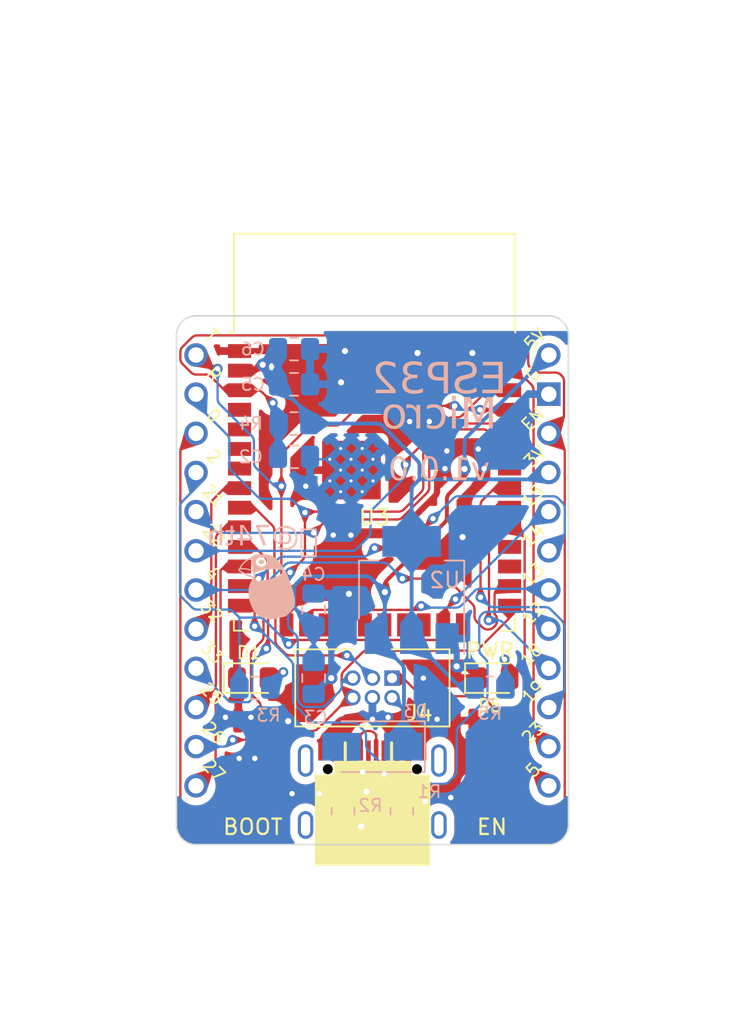
<source format=kicad_pcb>
(kicad_pcb (version 20221018) (generator pcbnew)
  (layers (0 "F.Cu" signal) (31 "B.Cu" signal) (34 "B.Paste" user) (35 "F.Paste" user) (36 "B.SilkS" user "B.Silkscreen") (37 "F.SilkS" user "F.Silkscreen") (38 "B.Mask" user) (39 "F.Mask" user) (44 "Edge.Cuts" user))
  (net 0 "")
  (net 1 "+3V3")
  (net 2 "GND")
  (net 3 "EN")
  (net 4 "+5V")
  (net 5 "U0TXD")
  (net 6 "U0RXD")
  (net 7 "GPIO0")
  (net 8 "GPIO2")
  (net 9 "GPIO21")
  (net 10 "GPIO22")
  (net 11 "GPIO4")
  (net 12 "GPIO32")
  (net 13 "GPIO33")
  (net 14 "GPIO25")
  (net 15 "GPIO26")
  (net 16 "GPIO27")
  (net 17 "GPIO5")
  (net 18 "GPIO23")
  (net 19 "GPIO19")
  (net 20 "GPIO18")
  (net 21 "GPIO12")
  (net 22 "GPIO13")
  (net 23 "GPIO14")
  (net 24 "GPIO15")
  (net 25 "Net-(D1-A)")
  (net 26 "Net-(D5-A)")
  (net 27 "unconnected-(J1-D--Pad2)")
  (net 28 "unconnected-(J1-D+-Pad3)")
  (net 29 "Net-(J1-CC1)")
  (net 30 "Net-(J1-CC2)")
  (net 44 "/VUSB")
  (footprint "LED_SMD:LED_0805_2012Metric_Pad1.15x1.40mm_HandSolder" (layer "F.Cu") (at 87.875 66.675)
    (fp_text reference "D5")
    (fp_text value "PWR")
  )
  (footprint "$74th:USB-C-12-Pin-SMD" (layer "F.Cu") (at 80.01 76.2)
    (fp_text reference "J1" hide)
    (fp_text value "USB2.0_C_v3")
  )
  (footprint "$74th:SKRPABE010" (layer "F.Cu") (at 72.39 71.755 90)
    (fp_text reference "SW1")
    (fp_text value "BT")
  )
  (footprint "$74th:ProMicro_LIKE_RIGHT" (layer "F.Cu") (at 91.44 60.96)
    (fp_text reference "CH2" hide)
    (fp_text value "ProMicro-RightPin")
  )
  (footprint "$74th:ProMicro_LIKE_LEFT_NO_GND" (layer "F.Cu") (at 68.58 59.69)
    (fp_text reference "CH1" hide)
    (fp_text value "ProMicro-LeftPin")
  )
  (footprint "LED_SMD:LED_0805_2012Metric_Pad1.15x1.40mm_HandSolder" (layer "F.Cu") (at 72.254 66.675)
    (fp_text reference "D1")
    (fp_text value "PWR")
  )
  (footprint "RF_Module:ESP32-WROOM-32D" (layer "F.Cu") (at 80.15 53.716)
    (fp_text reference "U3")
    (fp_text value "ESP32-WROOM-32D")
  )
  (footprint "$74th:BoxPinHeader_2x03_P1.27mm_Vertical" (layer "F.Cu") (at 80.01 67.31 -90)
    (fp_text reference "J4")
    (fp_text value "ESP-Prog-ProgramCOM-RECV")
  )
  (footprint "$74th:SKRPABE010" (layer "F.Cu") (at 87.63 71.755 -90)
    (fp_text reference "SW2")
    (fp_text value "RST")
  )
  (footprint "$74th:Register_0805_2012" (layer "B.Cu") (at 87.63 67.31 180)
    (fp_text reference "R5")
    (fp_text value "10k" hide)
  )
  (footprint "Package_TO_SOT_SMD:SOT-223-3_TabPin2" (layer "B.Cu") (at 82.55 60.96 90)
    (fp_text reference "U2")
    (fp_text value "AMS1117-3.3")
  )
  (footprint "$74th:Capacitor_0805_2012" (layer "B.Cu") (at 74.93 47.625)
    (fp_text reference "C5")
    (fp_text value "10u" hide)
  )
  (footprint "$74th:D_SMA" (layer "B.Cu") (at 80.01 71.12 180)
    (fp_text reference "D3")
    (fp_text value "D")
  )
  (footprint "$74th:Capacitor_0805_2012" (layer "B.Cu") (at 74.93 45.339)
    (fp_text reference "C6")
    (fp_text value "100n" hide)
  )
  (footprint "$74th:Register_0805_2012" (layer "B.Cu") (at 81.915 75.295 -90)
    (fp_text reference "R1")
    (fp_text value "5.1k" hide)
  )
  (footprint "$74th:Register_0805_2012" (layer "B.Cu") (at 74.93 50.165)
    (fp_text reference "R4")
    (fp_text value "10k" hide)
  )
  (footprint "$74th:Capacitor_0805_2012" (layer "B.Cu") (at 76.2 62.23 90)
    (fp_text reference "C4")
    (fp_text value "100n" hide)
  )
  (footprint "$74th:Capacitor_0805_2012" (layer "B.Cu") (at 76.2 66.675 -90)
    (fp_text reference "C3")
    (fp_text value "10u" hide)
  )
  (footprint "$74th:Capacitor_0805_2012" (layer "B.Cu") (at 74.93 52.324)
    (fp_text reference "C2")
    (fp_text value "1u" hide)
  )
  (footprint "$74th:Register_0805_2012" (layer "B.Cu") (at 72.39 67.31 180)
    (fp_text reference "R3")
    (fp_text value "10k" hide)
  )
  (footprint "$74th:Register_0805_2012" (layer "B.Cu") (at 78.105 75.295 -90)
    (fp_text reference "R2")
    (fp_text value "5.1k" hide)
  )
  (footprint "$74th:twitter" (layer "B.Cu") (at 73.279 57.531 180)
    (fp_text reference "REF**" hide)
    (fp_text value "twitter" hide)
  )
  (footprint "$74th:74th-5mm" (layer "B.Cu") (at 73.279 60.96 180)
    (fp_text reference "G***" hide)
    (fp_text value "LOGO" hide)
  )
  (gr_arc (start 91.44 43.18) (mid 92.338026 43.551974) (end 92.71 44.45) (stroke (width 0.1)) (layer "Edge.Cuts"))
  (gr_arc (start 67.31 44.45) (mid 67.681974 43.551974) (end 68.58 43.18) (stroke (width 0.1)) (layer "Edge.Cuts"))
  (gr_line (start 67.31 44.45) (end 67.31 76.2) (stroke (width 0.1)) (layer "Edge.Cuts"))
  (gr_line (start 92.71 44.45) (end 92.71 76.2) (stroke (width 0.1)) (layer "Edge.Cuts"))
  (gr_line (start 91.44 77.47) (end 68.58 77.47) (stroke (width 0.1)) (layer "Edge.Cuts"))
  (gr_arc (start 68.58 77.47) (mid 67.681974 77.098026) (end 67.31 76.2) (stroke (width 0.1)) (layer "Edge.Cuts"))
  (gr_arc (start 92.71 76.2) (mid 92.338026 77.098026) (end 91.44 77.47) (stroke (width 0.1)) (layer "Edge.Cuts"))
  (gr_line (start 91.44 43.18) (end 68.58 43.18) (stroke (width 0.1)) (layer "Edge.Cuts"))
  (gr_text "Micro" (at 84.328 49.657) (layer "B.SilkS") (effects (font (size 2 2)) (justify mirror)))
  (gr_text "v1.0.0" (at 84.328 53.213) (layer "B.SilkS") (effects (font (size 1.5 1.5)) (justify mirror)))
  (gr_text "ESP32" (at 84.328 47.371) (layer "B.SilkS") (effects (font (size 2 2)) (justify mirror)))
  (gr_text "22" (at 69.723 57.404 315) (layer "F.SilkS") (effects (font (size 0.8 0.8) (thickness 0.12))))
  (gr_text "G" (at 90.424 46.99 45) (layer "F.SilkS") (effects (font (size 0.8 0.8) (thickness 0.12))))
  (gr_text "2" (at 69.723 52.324 315) (layer "F.SilkS") (effects (font (size 0.8 0.8) (thickness 0.12))))
  (gr_text "BOOT" (at 72.263 76.327) (layer "F.SilkS") (effects (font (size 1 1))))
  (gr_text "5" (at 90.424 72.644 45) (layer "F.SilkS") (effects (font (size 0.8 0.8) (thickness 0.12))))
  (gr_text "12" (at 90.424 62.484 45) (layer "F.SilkS") (effects (font (size 0.8 0.8) (thickness 0.12))))
  (gr_text "32" (at 69.596 62.357 315) (layer "F.SilkS") (effects (font (size 0.8 0.8) (thickness 0.12))))
  (gr_text "R" (at 69.723 46.99 -45) (layer "F.SilkS") (effects (font (size 0.8 0.8) (thickness 0.12))))
  (gr_text "T" (at 69.596 44.45 -45) (layer "F.SilkS") (effects (font (size 0.8 0.8) (thickness 0.12))))
  (gr_text "23" (at 90.424 70.231 45) (layer "F.SilkS") (effects (font (size 0.8 0.8) (thickness 0.12))))
  (gr_text "33" (at 69.596 65.024 315) (layer "F.SilkS") (effects (font (size 0.8 0.8) (thickness 0.12))))
  (gr_text "26" (at 69.723 70.231 315) (layer "F.SilkS") (effects (font (size 0.8 0.8) (thickness 0.12))))
  (gr_text "PWR" (at 87.63 64.897) (layer "F.SilkS") (effects (font (size 1 1))))
  (gr_text "15" (at 90.424 54.864 45) (layer "F.SilkS") (effects (font (size 0.8 0.8) (thickness 0.12))))
  (gr_text "5V" (at 90.551 44.704 45) (layer "F.SilkS") (effects (font (size 0.8 0.8) (thickness 0.12))))
  (gr_text "13" (at 90.424 59.944 45) (layer "F.SilkS") (effects (font (size 0.8 0.8) (thickness 0.12))))
  (gr_text "EN" (at 90.424 49.911 45) (layer "F.SilkS") (effects (font (size 0.8 0.8) (thickness 0.12))))
  (gr_text "3V" (at 90.551 52.324 45) (layer "F.SilkS") (effects (font (size 0.8 0.8) (thickness 0.12))))
  (gr_text "4" (at 69.596 59.944 315) (layer "F.SilkS") (effects (font (size 0.8 0.8) (thickness 0.12))))
  (gr_text "21" (at 69.723 54.864 315) (layer "F.SilkS") (effects (font (size 0.8 0.8) (thickness 0.12))))
  (gr_text "0" (at 69.723 49.657 315) (layer "F.SilkS") (effects (font (size 0.8 0.8) (thickness 0.12))))
  (gr_text "EN" (at 87.757 76.327) (layer "F.SilkS") (effects (font (size 1 1))))
  (gr_text "14" (at 90.424 57.404 45) (layer "F.SilkS") (effects (font (size 0.8 0.8) (thickness 0.12))))
  (gr_text "18" (at 90.297 65.151 45) (layer "F.SilkS") (effects (font (size 0.8 0.8) (thickness 0.12))))
  (gr_text "27" (at 69.723 72.644 315) (layer "F.SilkS") (effects (font (size 0.8 0.8) (thickness 0.12))))
  (gr_text "25" (at 69.596 67.691 315) (layer "F.SilkS") (effects (font (size 0.8 0.8) (thickness 0.12))))
  (gr_text "19" (at 90.424 67.564 45) (layer "F.SilkS") (effects (font (size 0.8 0.8) (thickness 0.12))))
  (segment (start 71.4 46.736) (end 72.309893 46.736) (width 0.25) (layer "F.Cu") (net 1))
  (segment (start 72.663447 46.589553) (end 72.898 46.355) (width 0.25) (layer "F.Cu") (net 1))
  (via (at 72.898 46.355) (size 0.8) (drill 0.4) (layers "F.Cu" "B.Cu") (net 1))
  (arc (start 72.663447 46.589553) (mid 72.501235 46.69794) (end 72.309893 46.736) (width 0.25) (layer "F.Cu") (net 1))
  (segment (start 82.696447 54.148653) (end 83.058 53.7871) (width 0.25) (layer "B.Cu") (net 1))
  (segment (start 72.898 46.355) (end 72.898 46.423393) (width 0.25) (layer "B.Cu") (net 1))
  (segment (start 85.603553 67.163553) (end 82.55 64.11) (width 0.25) (layer "B.Cu") (net 1))
  (segment (start 91.139347 53.640653) (end 91.44 53.34) (width 0.25) (layer "B.Cu") (net 1))
  (segment (start 86.63 67.31) (end 85.957107 67.31) (width 0.25) (layer "B.Cu") (net 1))
  (segment (start 80.664447 50.311447) (end 82.911554 52.558554) (width 0.25) (layer "B.Cu") (net 1))
  (segment (start 73.8925 47.625) (end 73.8925 45.085) (width 0.25) (layer "B.Cu") (net 1))
  (segment (start 75.93 50.165) (end 75.93 49.869607) (width 0.25) (layer "B.Cu") (net 1))
  (segment (start 83.058 53.7871) (end 83.058 52.912107) (width 0.25) (layer "B.Cu") (net 1))
  (segment (start 82.55 64.11) (end 82.55 57.81) (width 0.25) (layer "B.Cu") (net 1))
  (segment (start 75.783553 49.516053) (end 73.8925 47.625) (width 0.25) (layer "B.Cu") (net 1))
  (segment (start 83.058 53.7871) (end 90.785793 53.7871) (width 0.25) (layer "B.Cu") (net 1))
  (segment (start 75.93 50.165) (end 80.310893 50.165) (width 0.25) (layer "B.Cu") (net 1))
  (segment (start 82.55 57.81) (end 82.55 54.502207) (width 0.25) (layer "B.Cu") (net 1))
  (segment (start 73.8925 45.085) (end 73.8925 45.153393) (width 0.25) (layer "B.Cu") (net 1))
  (segment (start 73.044447 46.776947) (end 73.8925 47.625) (width 0.25) (layer "B.Cu") (net 1))
  (segment (start 73.746053 45.506947) (end 72.898 46.355) (width 0.25) (layer "B.Cu") (net 1))
  (arc (start 85.603553 67.163553) (mid 85.765765 67.27194) (end 85.957107 67.31) (width 0.25) (layer "B.Cu") (net 1))
  (arc (start 80.310893 50.165) (mid 80.502235 50.20306) (end 80.664447 50.311447) (width 0.25) (layer "B.Cu") (net 1))
  (arc (start 82.55 54.502207) (mid 82.58806 54.310865) (end 82.696447 54.148653) (width 0.25) (layer "B.Cu") (net 1))
  (arc (start 75.783553 49.516053) (mid 75.89194 49.678265) (end 75.93 49.869607) (width 0.25) (layer "B.Cu") (net 1))
  (arc (start 82.911554 52.558554) (mid 83.01994 52.720766) (end 83.058 52.912107) (width 0.25) (layer "B.Cu") (net 1))
  (arc (start 72.898 46.423393) (mid 72.93606 46.614735) (end 73.044447 46.776947) (width 0.25) (layer "B.Cu") (net 1))
  (arc (start 73.8925 45.153393) (mid 73.85444 45.344735) (end 73.746053 45.506947) (width 0.25) (layer "B.Cu") (net 1))
  (arc (start 91.139347 53.640653) (mid 90.977135 53.74904) (end 90.785793 53.7871) (width 0.25) (layer "B.Cu") (net 1))
  (segment (start 86.234447 66.059447) (end 86.85 66.675) (width 0.4) (layer "F.Cu") (net 2))
  (segment (start 73.025 45.466) (end 73.132554 45.358446) (width 0.4) (layer "F.Cu") (net 2))
  (segment (start 78.185107 69.342) (end 80.01 69.342) (width 0.4) (layer "F.Cu") (net 2))
  (segment (start 74.44 63.226) (end 74.44 62.466) (width 0.4) (layer "F.Cu") (net 2))
  (segment (start 84.054553 54.883447) (end 81.680446 57.257554) (width 0.4) (layer "F.Cu") (net 2))
  (segment (start 85.471 65.913) (end 85.880893 65.913) (width 0.4) (layer "F.Cu") (net 2))
  (segment (start 84.201 53.801107) (end 84.201 54.529893) (width 0.4) (layer "F.Cu") (net 2))
  (segment (start 71.755 69.215) (end 71.737107 69.215) (width 0.4) (layer "F.Cu") (net 2))
  (segment (start 75.565 61.341) (end 78.359 61.341) (width 0.4) (layer "F.Cu") (net 2))
  (segment (start 83.346447 70.196553) (end 84.201 69.342) (width 0.4) (layer "F.Cu") (net 2))
  (segment (start 83.2 71.37) (end 83.2 70.550107) (width 0.4) (layer "F.Cu") (net 2))
  (segment (start 73.486107 45.212) (end 77.770893 45.212) (width 0.4) (layer "F.Cu") (net 2))
  (segment (start 84.709 53.086) (end 84.347446 53.447554) (width 0.4) (layer "F.Cu") (net 2))
  (segment (start 87.249 53.086) (end 87.249 53.386893) (width 0.4) (layer "F.Cu") (net 2))
  (segment (start 71.383553 69.361447) (end 71.315 69.43) (width 0.4) (layer "F.Cu") (net 2))
  (segment (start 74.44 62.466) (end 75.565 61.341) (width 0.4) (layer "F.Cu") (net 2))
  (segment (start 71.4 45.466) (end 73.025 45.466) (width 0.4) (layer "F.Cu") (net 2))
  (segment (start 87.102553 53.740447) (end 85.998446 54.844554) (width 0.4) (layer "F.Cu") (net 2))
  (segment (start 81.326893 57.404) (end 78.613 57.404) (width 0.4) (layer "F.Cu") (net 2))
  (segment (start 78.124447 45.358447) (end 78.232 45.466) (width 0.4) (layer "F.Cu") (net 2))
  (segment (start 78.359 61.341) (end 78.486 61.214) (width 0.4) (layer "F.Cu") (net 2))
  (segment (start 72.136 69.215) (end 71.755 69.215) (width 0.4) (layer "F.Cu") (net 2))
  (segment (start 85.852 55.198107) (end 85.852 57.531) (width 0.4) (layer "F.Cu") (net 2))
  (segment (start 76.946447 70.373553) (end 77.831554 69.488446) (width 0.4) (layer "F.Cu") (net 2))
  (segment (start 76.8 71.37) (end 76.8 70.727107) (width 0.4) (layer "F.Cu") (net 2))
  (segment (start 70.485 69.215) (end 71.755 69.215) (width 0.4) (layer "F.Cu") (net 2))
  (via (at 84.836 51.943) (size 0.65) (drill 0.35) (layers "F.Cu" "B.Cu") (net 2))
  (via (at 87.249 53.086) (size 0.65) (drill 0.35) (layers "F.Cu" "B.Cu") (net 2))
  (via (at 83.312 66.675) (size 0.65) (drill 0.35) (layers "F.Cu" "B.Cu") (net 2))
  (via (at 85.09 74.422) (size 0.65) (drill 0.35) (layers "F.Cu" "B.Cu") (net 2))
  (via (at 86.487 45.593) (size 0.8) (drill 0.4) (layers "F.Cu" "B.Cu") (net 2))
  (via (at 77.343 66.675) (size 0.8) (drill 0.4) (layers "F.Cu" "B.Cu") (net 2))
  (via (at 78.613 57.404) (size 0.65) (drill 0.35) (layers "F.Cu" "B.Cu") (net 2))
  (via (at 80.01 69.342) (size 0.65) (drill 0.35) (layers "F.Cu" "B.Cu") (net 2))
  (via (at 75.692 54.229) (size 0.65) (drill 0.35) (layers "F.Cu" "B.Cu") (net 2))
  (via (at 86.868 51.816) (size 0.65) (drill 0.35) (layers "F.Cu" "B.Cu") (net 2))
  (via (at 77.47 57.404) (size 0.65) (drill 0.35) (layers "F.Cu" "B.Cu") (net 2))
  (via (at 76.581 74.168) (size 0.65) (drill 0.35) (layers "F.Cu" "B.Cu") (net 2))
  (via (at 70.485 69.215) (size 0.65) (drill 0.35) (layers "F.Cu" "B.Cu") (net 2))
  (via (at 82.423 50.038) (size 0.65) (drill 0.35) (layers "F.Cu" "B.Cu") (net 2))
  (via (at 82.931 45.593) (size 0.8) (drill 0.4) (layers "F.Cu" "B.Cu") (net 2))
  (via (at 85.852 57.531) (size 0.8) (drill 0.4) (layers "F.Cu" "B.Cu") (net 2))
  (via (at 83.693 50.038) (size 0.65) (drill 0.35) (layers "F.Cu" "B.Cu") (net 2))
  (via (at 79.2859 76.296) (size 0.65) (drill 0.4) (layers "F.Cu" "B.Cu") (net 2))
  (via (at 78.486 61.214) (size 0.8) (drill 0.4) (layers "F.Cu" "B.Cu") (net 2))
  (via (at 71.374 71.882) (size 0.65) (drill 0.35) (layers "F.Cu" "B.Cu") (net 2))
  (via (at 72.136 69.215) (size 0.65) (drill 0.35) (layers "F.Cu" "B.Cu") (net 2))
  (via (at 83.439 74.676) (size 0.65) (drill 0.35) (layers "F.Cu" "B.Cu") (net 2))
  (via (at 85.471 65.913) (size 0.8) (drill 0.4) (layers "F.Cu" "B.Cu") (net 2))
  (via (at 77.978 47.498) (size 0.8) (drill 0.4) (layers "F.Cu" "B.Cu") (net 2))
  (via (at 78.232 45.466) (size 0.8) (drill 0.4) (layers "F.Cu" "B.Cu") (net 2))
  (via (at 74.803 74.168) (size 0.65) (drill 0.35) (layers "F.Cu" "B.Cu") (net 2))
  (via (at 74.549 69.469) (size 0.8) (drill 0.4) (layers "F.Cu" "B.Cu") (net 2))
  (via (at 72.39 71.882) (size 0.65) (drill 0.35) (layers "F.Cu" "B.Cu") (net 2))
  (via (at 84.201 69.342) (size 0.65) (drill 0.35) (layers "F.Cu" "B.Cu") (net 2))
  (via (at 84.709 53.086) (size 0.65) (drill 0.35) (layers "F.Cu" "B.Cu") (net 2))
  (via (at 81.026 69.215) (size 0.65) (drill 0.35) (layers "F.Cu" "B.Cu") (net 2))
  (arc (start 81.326893 57.404) (mid 81.518234 57.36594) (end 81.680446 57.257554) (width 0.4) (layer "F.Cu") (net 2))
  (arc (start 78.185107 69.342) (mid 77.993766 69.38006) (end 77.831554 69.488446) (width 0.4) (layer "F.Cu") (net 2))
  (arc (start 71.383553 69.361447) (mid 71.545765 69.25306) (end 71.737107 69.215) (width 0.4) (layer "F.Cu") (net 2))
  (arc (start 76.8 70.727107) (mid 76.83806 70.535765) (end 76.946447 70.373553) (width 0.4) (layer "F.Cu") (net 2))
  (arc (start 86.234447 66.059447) (mid 86.072235 65.95106) (end 85.880893 65.913) (width 0.4) (layer "F.Cu") (net 2))
  (arc (start 84.201 53.801107) (mid 84.23906 53.609766) (end 84.347446 53.447554) (width 0.4) (layer "F.Cu") (net 2))
  (arc (start 73.486107 45.212) (mid 73.294766 45.25006) (end 73.132554 45.358446) (width 0.4) (layer "F.Cu") (net 2))
  (arc (start 83.2 70.550107) (mid 83.23806 70.358765) (end 83.346447 70.196553) (width 0.4) (layer "F.Cu") (net 2))
  (arc (start 87.249 53.386893) (mid 87.21094 53.578235) (end 87.102553 53.740447) (width 0.4) (layer "F.Cu") (net 2))
  (arc (start 85.852 55.198107) (mid 85.89006 55.006766) (end 85.998446 54.844554) (width 0.4) (layer "F.Cu") (net 2))
  (arc (start 77.770893 45.212) (mid 77.962235 45.25006) (end 78.124447 45.358447) (width 0.4) (layer "F.Cu") (net 2))
  (arc (start 84.201 54.529893) (mid 84.16294 54.721235) (end 84.054553 54.883447) (width 0.4) (layer "F.Cu") (net 2))
  (segment (start 76.2976 61.0949) (end 76.2 61.1925) (width 0.15) (layer "B.Cu") (net 2))
  (segment (start 77.196553 61.448553) (end 77.086946 61.338946) (width 0.4) (layer "B.Cu") (net 2))
  (segment (start 75.983053 52.339553) (end 75.9675 52.324) (width 0.15) (layer "B.Cu") (net 2))
  (segment (start 79.2859 76.296) (end 81.914 76.296) (width 0.15) (layer "B.Cu") (net 2))
  (segment (start 77.343 66.675) (end 77.343 61.802107) (width 0.4) (layer "B.Cu") (net 2))
  (segment (start 75.9675 47.625) (end 75.9675 45.085) (width 0.4) (layer "B.Cu") (net 2))
  (segment (start 84.85 64.11) (end 85.324554 64.584554) (width 0.4) (layer "B.Cu") (net 2))
  (segment (start 81.914 76.296) (end 81.915 76.295) (width 0.15) (layer "B.Cu") (net 2))
  (segment (start 76.733393 61.1925) (end 76.2 61.1925) (width 0.4) (layer "B.Cu") (net 2))
  (segment (start 78.106 76.296) (end 79.2859 76.296) (width 0.15) (layer "B.Cu") (net 2))
  (segment (start 77.216 66.675) (end 77.343 66.675) (width 0.4) (layer "B.Cu") (net 2))
  (segment (start 76.2 67.7125) (end 76.2 67.691) (width 0.4) (layer "B.Cu") (net 2))
  (segment (start 76.2 67.691) (end 77.216 66.675) (width 0.4) (layer "B.Cu") (net 2))
  (segment (start 78.105 76.295) (end 78.106 76.296) (width 0.15) (layer "B.Cu") (net 2))
  (segment (start 77.25 52.486) (end 76.336607 52.486) (width 0.15) (layer "B.Cu") (net 2))
  (segment (start 85.471 64.938107) (end 85.471 65.913) (width 0.4) (layer "B.Cu") (net 2))
  (segment (start 76.2215 61.214) (end 76.2 61.1925) (width 0.25) (layer "B.Cu") (net 2))
  (arc (start 85.471 64.938107) (mid 85.43294 64.746766) (end 85.324554 64.584554) (width 0.4) (layer "B.Cu") (net 2))
  (arc (start 77.196553 61.448553) (mid 77.30494 61.610765) (end 77.343 61.802107) (width 0.4) (layer "B.Cu") (net 2))
  (arc (start 76.336607 52.486) (mid 76.145265 52.44794) (end 75.983053 52.339553) (width 0.15) (layer "B.Cu") (net 2))
  (arc (start 77.086946 61.338946) (mid 76.924734 61.23056) (end 76.733393 61.1925) (width 0.4) (layer "B.Cu") (net 2))
  (segment (start 92.030947 75.228053) (end 92.328354 74.930646) (width 0.15) (layer "F.Cu") (net 3))
  (segment (start 89.960053 44.748053) (end 89.809446 44.597446) (width 0.15) (layer "F.Cu") (net 3))
  (segment (start 90.252947 46.564947) (end 90.404554 46.716554) (width 0.15) (layer "F.Cu") (net 3))
  (segment (start 88.705 69.43) (end 88.705 74.08) (width 0.15) (layer "F.Cu") (net 3))
  (segment (start 90.758107 46.863) (end 91.867893 46.863) (width 0.15) (layer "F.Cu") (net 3))
  (segment (start 92.4272 49.605693) (end 92.4272 47.422307) (width 0.15) (layer "F.Cu") (net 3))
  (segment (start 81.28 66.675) (end 81.797993 66.675) (width 0.15) (layer "F.Cu") (net 3))
  (segment (start 68.598007 46.99) (end 69.201793 46.99) (width 0.15) (layer "F.Cu") (net 3))
  (segment (start 88.705 74.08) (end 89.853054 75.228054) (width 0.15) (layer "F.Cu") (net 3))
  (segment (start 71.8876 48.006) (end 71.4 48.006) (width 0.15) (layer "F.Cu") (net 3))
  (segment (start 92.4748 74.577093) (end 92.4748 52.041907) (width 0.15) (layer "F.Cu") (net 3))
  (segment (start 67.710947 46.310047) (end 68.244454 46.843554) (width 0.15) (layer "F.Cu") (net 3))
  (segment (start 70.632007 48.006) (end 71.4 48.006) (width 0.15) (layer "F.Cu") (net 3))
  (segment (start 92.328353 51.688353) (end 91.44 50.8) (width 0.15) (layer "F.Cu") (net 3))
  (segment (start 89.455893 44.451) (end 68.655407 44.451) (width 0.15) (layer "F.Cu") (net 3))
  (segment (start 69.555347 47.136447) (end 70.278454 47.859554) (width 0.15) (layer "F.Cu") (net 3))
  (segment (start 68.301853 44.597447) (end 67.710946 45.188354) (width 0.15) (layer "F.Cu") (net 3))
  (segment (start 90.206607 75.3745) (end 91.677393 75.3745) (width 0.15) (layer "F.Cu") (net 3))
  (segment (start 87.274147 67.999147) (end 88.705 69.43) (width 0.15) (layer "F.Cu") (net 3))
  (segment (start 73.5533 48.828) (end 72.877746 48.152446) (width 0.15) (layer "F.Cu") (net 3))
  (segment (start 71.8876 48.006) (end 72.524193 48.006) (width 0.15) (layer "F.Cu") (net 3))
  (segment (start 91.44 50.8) (end 92.280754 49.959246) (width 0.15) (layer "F.Cu") (net 3))
  (segment (start 67.5645 45.541907) (end 67.5645 45.956493) (width 0.15) (layer "F.Cu") (net 3))
  (segment (start 92.221447 47.009447) (end 92.280754 47.068754) (width 0.15) (layer "F.Cu") (net 3))
  (segment (start 90.1065 45.101607) (end 90.1065 46.211393) (width 0.15) (layer "F.Cu") (net 3))
  (segment (start 82.151547 66.821447) (end 83.036354 67.706254) (width 0.15) (layer "F.Cu") (net 3))
  (segment (start 83.389907 67.8527) (end 86.920593 67.8527) (width 0.15) (layer "F.Cu") (net 3))
  (via (at 73.5533 48.828) (size 0.65) (drill 0.35) (layers "F.Cu" "B.Cu") (net 3))
  (arc (start 69.555347 47.136447) (mid 69.393135 47.02806) (end 69.201793 46.99) (width 0.15) (layer "F.Cu") (net 3))
  (arc (start 83.389907 67.8527) (mid 83.198566 67.81464) (end 83.036354 67.706254) (width 0.15) (layer "F.Cu") (net 3))
  (arc (start 67.5645 45.956493) (mid 67.60256 46.147835) (end 67.710947 46.310047) (width 0.15) (layer "F.Cu") (net 3))
  (arc (start 92.4272 47.422307) (mid 92.38914 47.230966) (end 92.280754 47.068754) (width 0.15) (layer "F.Cu") (net 3))
  (arc (start 70.278454 47.859554) (mid 70.440666 47.96794) (end 70.632007 48.006) (width 0.15) (layer "F.Cu") (net 3))
  (arc (start 92.4748 52.041907) (mid 92.43674 51.850565) (end 92.328353 51.688353) (width 0.15) (layer "F.Cu") (net 3))
  (arc (start 81.797993 66.675) (mid 81.989335 66.71306) (end 82.151547 66.821447) (width 0.15) (layer "F.Cu") (net 3))
  (arc (start 87.274147 67.999147) (mid 87.111935 67.89076) (end 86.920593 67.8527) (width 0.15) (layer "F.Cu") (net 3))
  (arc (start 89.853054 75.228054) (mid 90.015266 75.33644) (end 90.206607 75.3745) (width 0.15) (layer "F.Cu") (net 3))
  (arc (start 89.455893 44.451) (mid 89.647234 44.48906) (end 89.809446 44.597446) (width 0.15) (layer "F.Cu") (net 3))
  (arc (start 92.4272 49.605693) (mid 92.38914 49.797034) (end 92.280754 49.959246) (width 0.15) (layer "F.Cu") (net 3))
  (arc (start 92.030947 75.228053) (mid 91.868735 75.33644) (end 91.677393 75.3745) (width 0.15) (layer "F.Cu") (net 3))
  (arc (start 72.877746 48.152446) (mid 72.715534 48.04406) (end 72.524193 48.006) (width 0.15) (layer "F.Cu") (net 3))
  (arc (start 90.404554 46.716554) (mid 90.566766 46.82494) (end 90.758107 46.863) (width 0.15) (layer "F.Cu") (net 3))
  (arc (start 67.710946 45.188354) (mid 67.60256 45.350566) (end 67.5645 45.541907) (width 0.15) (layer "F.Cu") (net 3))
  (arc (start 68.301853 44.597447) (mid 68.464065 44.48906) (end 68.655407 44.451) (width 0.15) (layer "F.Cu") (net 3))
  (arc (start 89.960053 44.748053) (mid 90.06844 44.910265) (end 90.1065 45.101607) (width 0.15) (layer "F.Cu") (net 3))
  (arc (start 92.328354 74.930646) (mid 92.43674 74.768434) (end 92.4748 74.577093) (width 0.15) (layer "F.Cu") (net 3))
  (arc (start 92.221447 47.009447) (mid 92.059235 46.90106) (end 91.867893 46.863) (width 0.15) (layer "F.Cu") (net 3))
  (arc (start 68.598007 46.99) (mid 68.406666 46.95194) (end 68.244454 46.843554) (width 0.15) (layer "F.Cu") (net 3))
  (arc (start 90.252947 46.564947) (mid 90.14456 46.402735) (end 90.1065 46.211393) (width 0.15) (layer "F.Cu") (net 3))
  (segment (start 73.93 50.165) (end 73.93 52.2865) (width 0.15) (layer "B.Cu") (net 3))
  (segment (start 73.93 50.165) (end 73.699746 49.934746) (width 0.15) (layer "B.Cu") (net 3))
  (segment (start 73.93 52.2865) (end 73.8925 52.324) (width 0.15) (layer "B.Cu") (net 3))
  (segment (start 73.5533 49.581193) (end 73.5533 48.828) (width 0.15) (layer "B.Cu") (net 3))
  (arc (start 73.699746 49.934746) (mid 73.59136 49.772534) (end 73.5533 49.581193) (width 0.15) (layer "B.Cu") (net 3))
  (segment (start 85.705553 53.994447) (end 84.982446 54.717554) (width 0.25) (layer "F.Cu") (net 4))
  (segment (start 85.852 53.24) (end 85.98 53.112) (width 0.25) (layer "F.Cu") (net 4))
  (segment (start 80.8169 60.669407) (end 80.8169 61.0949) (width 0.25) (layer "F.Cu") (net 4))
  (segment (start 84.836 55.071107) (end 84.836 56.236093) (width 0.25) (layer "F.Cu") (net 4))
  (segment (start 85.852 53.640893) (end 85.852 53.24) (width 0.25) (layer "F.Cu") (net 4))
  (segment (start 84.689553 56.589647) (end 80.963346 60.315854) (width 0.25) (layer "F.Cu") (net 4))
  (via (at 85.98 53.112) (size 0.8) (drill 0.4) (layers "F.Cu" "B.Cu") (net 4))
  (via (at 80.8169 61.0949) (size 0.8) (drill 0.4) (layers "F.Cu" "B.Cu") (net 4))
  (arc (start 80.963346 60.315854) (mid 80.85496 60.478066) (end 80.8169 60.669407) (width 0.25) (layer "F.Cu") (net 4))
  (arc (start 84.689553 56.589647) (mid 84.79794 56.427435) (end 84.836 56.236093) (width 0.25) (layer "F.Cu") (net 4))
  (arc (start 84.982446 54.717554) (mid 84.87406 54.879766) (end 84.836 55.071107) (width 0.25) (layer "F.Cu") (net 4))
  (arc (start 85.705553 53.994447) (mid 85.81394 53.832235) (end 85.852 53.640893) (width 0.25) (layer "F.Cu") (net 4))
  (segment (start 86.126447 51.033553) (end 91.44 45.72) (width 0.25) (layer "B.Cu") (net 4))
  (segment (start 75.076447 60.559553) (end 75.418554 60.217446) (width 0.25) (layer "B.Cu") (net 4))
  (segment (start 81.9325 68.5975) (end 82.0552 68.4748) (width 0.25) (layer "B.Cu") (net 4))
  (segment (start 76.0945 63.2675) (end 75.076446 62.249446) (width 0.25) (layer "B.Cu") (net 4))
  (segment (start 80.8169 64.0557) (end 80.8169 61.0949) (width 0.25) (layer "B.Cu") (net 4))
  (segment (start 80.7626 64.11) (end 80.8169 64.0557) (width 0.25) (layer "B.Cu") (net 4))
  (segment (start 79.939447 60.217447) (end 80.8169 61.0949) (width 0.25) (layer "B.Cu") (net 4))
  (segment (start 80.25 64.11) (end 80.7626 64.11) (width 0.25) (layer "B.Cu") (net 4))
  (segment (start 74.93 61.895893) (end 74.93 60.913107) (width 0.25) (layer "B.Cu") (net 4))
  (segment (start 81.9325 68.5975) (end 81.28 67.945) (width 0.25) (layer "B.Cu") (net 4))
  (segment (start 80.25 64.11) (end 81.908754 65.768754) (width 0.25) (layer "B.Cu") (net 4))
  (segment (start 85.98 53.112) (end 85.98 51.387107) (width 0.25) (layer "B.Cu") (net 4))
  (segment (start 82.0552 68.4748) (end 82.0552 66.122307) (width 0.25) (layer "B.Cu") (net 4))
  (segment (start 82.01 71.12) (end 82.01 68.675) (width 0.25) (layer "B.Cu") (net 4))
  (segment (start 75.772107 60.071) (end 79.585893 60.071) (width 0.25) (layer "B.Cu") (net 4))
  (segment (start 76.2 63.2675) (end 76.0945 63.2675) (width 0.25) (layer "B.Cu") (net 4))
  (segment (start 76.2 65.6375) (end 76.2 63.2675) (width 0.25) (layer "B.Cu") (net 4))
  (segment (start 82.01 68.675) (end 81.9325 68.5975) (width 0.25) (layer "B.Cu") (net 4))
  (arc (start 74.93 60.913107) (mid 74.96806 60.721765) (end 75.076447 60.559553) (width 0.25) (layer "B.Cu") (net 4))
  (arc (start 85.98 51.387107) (mid 86.01806 51.195765) (end 86.126447 51.033553) (width 0.25) (layer "B.Cu") (net 4))
  (arc (start 74.93 61.895893) (mid 74.96806 62.087234) (end 75.076446 62.249446) (width 0.25) (layer "B.Cu") (net 4))
  (arc (start 79.939447 60.217447) (mid 79.777235 60.10906) (end 79.585893 60.071) (width 0.25) (layer "B.Cu") (net 4))
  (arc (start 75.418554 60.217446) (mid 75.580766 60.10906) (end 75.772107 60.071) (width 0.25) (layer "B.Cu") (net 4))
  (arc (start 82.0552 66.122307) (mid 82.01714 65.930966) (end 81.908754 65.768754) (width 0.25) (layer "B.Cu") (net 4))
  (segment (start 79.328107 49.022) (end 85.344 49.022) (width 0.15) (layer "F.Cu") (net 5))
  (segment (start 74.255847 51.992953) (end 75.810354 50.438446) (width 0.15) (layer "F.Cu") (net 5))
  (segment (start 73.724 64.243993) (end 73.724 61.992107) (width 0.15) (layer "F.Cu") (net 5))
  (segment (start 78.359 65.2035) (end 74.683507 65.2035) (width 0.15) (layer "F.Cu") (net 5))
  (segment (start 74.329953 65.057053) (end 73.870446 64.597546) (width 0.15) (layer "F.Cu") (net 5))
  (segment (start 73.870447 61.638553) (end 73.914 61.595) (width 0.15) (layer "F.Cu") (net 5))
  (segment (start 69.977 46.609) (end 69.676107 46.609) (width 0.15) (layer "F.Cu") (net 5))
  (segment (start 77.997447 50.145553) (end 78.974554 49.168446) (width 0.15) (layer "F.Cu") (net 5))
  (segment (start 74.1094 54.229) (end 74.1094 52.346507) (width 0.15) (layer "F.Cu") (net 5))
  (segment (start 77.643893 50.292) (end 76.163907 50.292) (width 0.15) (layer "F.Cu") (net 5))
  (segment (start 69.322553 46.462553) (end 68.58 45.72) (width 0.15) (layer "F.Cu") (net 5))
  (segment (start 73.962953 61.546047) (end 73.914 61.595) (width 0.15) (layer "F.Cu") (net 5))
  (segment (start 88.9 49.276) (end 86.9748 49.276) (width 0.15) (layer "F.Cu") (net 5))
  (segment (start 74.1094 61.192493) (end 74.1094 54.229) (width 0.15) (layer "F.Cu") (net 5))
  (via (at 85.344 49.022) (size 0.65) (drill 0.35) (layers "F.Cu" "B.Cu") (net 5))
  (via (at 78.359 65.2035) (size 0.65) (drill 0.35) (layers "F.Cu" "B.Cu") (net 5))
  (via (at 74.1094 54.229) (size 0.65) (drill 0.35) (layers "F.Cu" "B.Cu") (net 5))
  (via (at 86.9748 49.276) (size 0.65) (drill 0.35) (layers "F.Cu" "B.Cu") (net 5))
  (via (at 69.977 46.609) (size 0.65) (drill 0.35) (layers "F.Cu" "B.Cu") (net 5))
  (arc (start 69.322553 46.462553) (mid 69.484765 46.57094) (end 69.676107 46.609) (width 0.15) (layer "F.Cu") (net 5))
  (arc (start 73.962953 61.546047) (mid 74.07134 61.383835) (end 74.1094 61.192493) (width 0.15) (layer "F.Cu") (net 5))
  (arc (start 79.328107 49.022) (mid 79.136766 49.06006) (end 78.974554 49.168446) (width 0.15) (layer "F.Cu") (net 5))
  (arc (start 74.329953 65.057053) (mid 74.492165 65.16544) (end 74.683507 65.2035) (width 0.15) (layer "F.Cu") (net 5))
  (arc (start 73.724 61.992107) (mid 73.76206 61.800765) (end 73.870447 61.638553) (width 0.15) (layer "F.Cu") (net 5))
  (arc (start 74.255847 51.992953) (mid 74.14746 52.155165) (end 74.1094 52.346507) (width 0.15) (layer "F.Cu") (net 5))
  (arc (start 75.810354 50.438446) (mid 75.972566 50.33006) (end 76.163907 50.292) (width 0.15) (layer "F.Cu") (net 5))
  (arc (start 77.643893 50.292) (mid 77.835235 50.25394) (end 77.997447 50.145553) (width 0.15) (layer "F.Cu") (net 5))
  (arc (start 73.870446 64.597546) (mid 73.76206 64.435334) (end 73.724 64.243993) (width 0.15) (layer "F.Cu") (net 5))
  (segment (start 85.805107 49.276) (end 86.9748 49.276) (width 0.15) (layer "B.Cu") (net 5))
  (segment (start 72.3265 51.324607) (end 72.3265 52.688393) (width 0.15) (layer "B.Cu") (net 5))
  (segment (start 70.123447 48.914447) (end 72.180054 50.971054) (width 0.15) (layer "B.Cu") (net 5))
  (segment (start 85.344 49.022) (end 85.451554 49.129554) (width 0.15) (layer "B.Cu") (net 5))
  (segment (start 69.977 46.609) (end 69.977 48.560893) (width 0.15) (layer "B.Cu") (net 5))
  (segment (start 78.5385 65.2035) (end 80.01 66.675) (width 0.15) (layer "B.Cu") (net 5))
  (segment (start 73.740107 54.102) (end 73.9824 54.102) (width 0.15) (layer "B.Cu") (net 5))
  (segment (start 72.472947 53.041947) (end 73.386554 53.955554) (width 0.15) (layer "B.Cu") (net 5))
  (segment (start 78.359 65.2035) (end 78.5385 65.2035) (width 0.15) (layer "B.Cu") (net 5))
  (segment (start 73.9824 54.102) (end 74.1094 54.229) (width 0.15) (layer "B.Cu") (net 5))
  (arc (start 72.472947 53.041947) (mid 72.36456 52.879735) (end 72.3265 52.688393) (width 0.15) (layer "B.Cu") (net 5))
  (arc (start 85.451554 49.129554) (mid 85.613766 49.23794) (end 85.805107 49.276) (width 0.15) (layer "B.Cu") (net 5))
  (arc (start 69.977 48.560893) (mid 70.01506 48.752235) (end 70.123447 48.914447) (width 0.15) (layer "B.Cu") (net 5))
  (arc (start 72.180054 50.971054) (mid 72.28844 51.133266) (end 72.3265 51.324607) (width 0.15) (layer "B.Cu") (net 5))
  (arc (start 73.740107 54.102) (mid 73.548766 54.06394) (end 73.386554 53.955554) (width 0.15) (layer "B.Cu") (net 5))
  (segment (start 83.30625 54.270143) (end 83.30625 52.155857) (width 0.15) (layer "F.Cu") (net 6))
  (segment (start 75.63595 55.93605) (end 75.692 55.88) (width 0.15) (layer "F.Cu") (net 6))
  (segment (start 82.049947 55.733553) (end 83.159804 54.623696) (width 0.15) (layer "F.Cu") (net 6))
  (segment (start 85.297107 50.165) (end 88.311893 50.165) (width 0.15) (layer "F.Cu") (net 6))
  (segment (start 75.489503 59.003497) (end 74.676 59.817) (width 0.15) (layer "F.Cu") (net 6))
  (segment (start 75.692 55.88) (end 81.696393 55.88) (width 0.15) (layer "F.Cu") (net 6))
  (segment (start 83.452697 51.802303) (end 84.943554 50.311446) (width 0.15) (layer "F.Cu") (net 6))
  (segment (start 88.665447 50.311447) (end 88.9 50.546) (width 0.15) (layer "F.Cu") (net 6))
  (segment (start 75.63595 55.93605) (end 75.63595 58.649943) (width 0.15) (layer "F.Cu") (net 6))
  (via (at 74.676 59.817) (size 0.65) (drill 0.35) (layers "F.Cu" "B.Cu") (net 6))
  (via (at 75.63595 55.93605) (size 0.65) (drill 0.35) (layers "F.Cu" "B.Cu") (net 6))
  (arc (start 81.696393 55.88) (mid 81.887735 55.84194) (end 82.049947 55.733553) (width 0.15) (layer "F.Cu") (net 6))
  (arc (start 75.489503 59.003497) (mid 75.59789 58.841285) (end 75.63595 58.649943) (width 0.15) (layer "F.Cu") (net 6))
  (arc (start 83.30625 52.155857) (mid 83.34431 51.964515) (end 83.452697 51.802303) (width 0.15) (layer "F.Cu") (net 6))
  (arc (start 88.311893 50.165) (mid 88.503235 50.20306) (end 88.665447 50.311447) (width 0.15) (layer "F.Cu") (net 6))
  (arc (start 83.30625 54.270143) (mid 83.26819 54.461484) (end 83.159804 54.623696) (width 0.15) (layer "F.Cu") (net 6))
  (arc (start 85.297107 50.165) (mid 85.105766 50.20306) (end 84.943554 50.311446) (width 0.15) (layer "F.Cu") (net 6))
  (segment (start 70.592553 50.892653) (end 68.726446 49.026546) (width 0.15) (layer "B.Cu") (net 6))
  (segment (start 78.0149 67.192993) (end 78.0149 67.175) (width 0.15) (layer "B.Cu") (net 6))
  (segment (start 77.019647 68.395353) (end 77.868454 67.546546) (width 0.15) (layer "B.Cu") (net 6))
  (segment (start 68.58 48.672993) (end 68.58 48.26) (width 0.15) (layer "B.Cu") (net 6))
  (segment (start 74.695447 63.519447) (end 75.026254 63.850254) (width 0.15) (layer "B.Cu") (net 6))
  (segment (start 78.5149 66.675) (end 78.74 66.675) (width 0.15) (layer "B.Cu") (net 6))
  (segment (start 74.549 59.944) (end 74.549 63.165893) (width 0.15) (layer "B.Cu") (net 6))
  (segment (start 75.319147 68.327047) (end 75.387454 68.395354) (width 0.15) (layer "B.Cu") (net 6))
  (segment (start 75.1727 64.203807) (end 75.1727 67.973493) (width 0.15) (layer "B.Cu") (net 6))
  (segment (start 70.739 52.878893) (end 70.739 51.246207) (width 0.15) (layer "B.Cu") (net 6))
  (segment (start 74.539843 55.04705) (end 72.907157 55.04705) (width 0.15) (layer "B.Cu") (net 6))
  (segment (start 75.741007 68.5418) (end 76.666093 68.5418) (width 0.15) (layer "B.Cu") (net 6))
  (segment (start 74.676 59.817) (end 74.549 59.944) (width 0.15) (layer "B.Cu") (net 6))
  (segment (start 72.553603 54.900603) (end 70.885446 53.232446) (width 0.15) (layer "B.Cu") (net 6))
  (segment (start 75.63595 55.93605) (end 74.893396 55.193496) (width 0.15) (layer "B.Cu") (net 6))
  (arc (start 75.741007 68.5418) (mid 75.549666 68.50374) (end 75.387454 68.395354) (width 0.15) (layer "B.Cu") (net 6))
  (arc (start 72.553603 54.900603) (mid 72.715815 55.00899) (end 72.907157 55.04705) (width 0.15) (layer "B.Cu") (net 6))
  (arc (start 75.1727 67.973493) (mid 75.21076 68.164835) (end 75.319147 68.327047) (width 0.15) (layer "B.Cu") (net 6))
  (arc (start 78.5149 66.675) (mid 78.161347 66.821447) (end 78.0149 67.175) (width 0.15) (layer "B.Cu") (net 6))
  (arc (start 74.893396 55.193496) (mid 74.731184 55.08511) (end 74.539843 55.04705) (width 0.15) (layer "B.Cu") (net 6))
  (arc (start 75.1727 64.203807) (mid 75.13464 64.012466) (end 75.026254 63.850254) (width 0.15) (layer "B.Cu") (net 6))
  (arc (start 78.0149 67.192993) (mid 77.97684 67.384334) (end 77.868454 67.546546) (width 0.15) (layer "B.Cu") (net 6))
  (arc (start 74.549 63.165893) (mid 74.58706 63.357235) (end 74.695447 63.519447) (width 0.15) (layer "B.Cu") (net 6))
  (arc (start 76.666093 68.5418) (mid 76.857435 68.50374) (end 77.019647 68.395353) (width 0.15) (layer "B.Cu") (net 6))
  (arc (start 70.592553 50.892653) (mid 70.70094 51.054865) (end 70.739 51.246207) (width 0.15) (layer "B.Cu") (net 6))
  (arc (start 68.58 48.672993) (mid 68.61806 48.864334) (end 68.726446 49.026546) (width 0.15) (layer "B.Cu") (net 6))
  (arc (start 70.739 52.878893) (mid 70.77706 53.070234) (end 70.885446 53.232446) (width 0.15) (layer "B.Cu") (net 6))
  (segment (start 78.693107 67.945) (end 78.74 67.945) (width 0.15) (layer "F.Cu") (net 7))
  (segment (start 67.564 73.7875) (end 67.5645 73.787) (width 0.15) (layer "F.Cu") (net 7))
  (segment (start 79.685407 64.895) (end 86.570193 64.895) (width 0.15) (layer "F.Cu") (net 7))
  (segment (start 67.710947 51.669053) (end 68.58 50.8) (width 0.15) (layer "F.Cu") (net 7))
  (segment (start 67.564 74.468893) (end 67.564 73.7875) (width 0.15) (layer "F.Cu") (net 7))
  (segment (start 67.5645 73.787) (end 67.5645 52.022607) (width 0.15) (layer "F.Cu") (net 7))
  (segment (start 86.923747 64.748553) (end 88.753554 62.918746) (width 0.15) (layer "F.Cu") (net 7))
  (segment (start 72.248493 75.0894) (end 68.184507 75.0894) (width 0.15) (layer "F.Cu") (net 7))
  (segment (start 74.346107 70.104) (end 76.119893 70.104) (width 0.15) (layer "F.Cu") (net 7))
  (segment (start 78.161347 66.211953) (end 79.331854 65.041446) (width 0.15) (layer "F.Cu") (net 7))
  (segment (start 76.473447 69.957553) (end 78.339554 68.091446) (width 0.15) (layer "F.Cu") (net 7))
  (segment (start 73.465 69.43) (end 73.992554 69.957554) (width 0.15) (layer "F.Cu") (net 7))
  (segment (start 78.0149 67.012793) (end 78.0149 66.565507) (width 0.15) (layer "F.Cu") (net 7))
  (segment (start 78.74 67.945) (end 78.161346 67.366346) (width 0.15) (layer "F.Cu") (net 7))
  (segment (start 67.830953 74.942953) (end 67.710446 74.822446) (width 0.15) (layer "F.Cu") (net 7))
  (segment (start 73.465 74.08) (end 72.602046 74.942954) (width 0.15) (layer "F.Cu") (net 7))
  (segment (start 73.465 74.08) (end 73.465 69.43) (width 0.15) (layer "F.Cu") (net 7))
  (segment (start 88.9 62.565193) (end 88.9 61.976) (width 0.15) (layer "F.Cu") (net 7))
  (arc (start 88.753554 62.918746) (mid 88.86194 62.756534) (end 88.9 62.565193) (width 0.15) (layer "F.Cu") (net 7))
  (arc (start 78.693107 67.945) (mid 78.501766 67.98306) (end 78.339554 68.091446) (width 0.15) (layer "F.Cu") (net 7))
  (arc (start 67.564 74.468893) (mid 67.60206 74.660234) (end 67.710446 74.822446) (width 0.15) (layer "F.Cu") (net 7))
  (arc (start 72.248493 75.0894) (mid 72.439834 75.05134) (end 72.602046 74.942954) (width 0.15) (layer "F.Cu") (net 7))
  (arc (start 76.119893 70.104) (mid 76.311235 70.06594) (end 76.473447 69.957553) (width 0.15) (layer "F.Cu") (net 7))
  (arc (start 78.0149 66.565507) (mid 78.05296 66.374165) (end 78.161347 66.211953) (width 0.15) (layer "F.Cu") (net 7))
  (arc (start 67.5645 52.022607) (mid 67.60256 51.831265) (end 67.710947 51.669053) (width 0.15) (layer "F.Cu") (net 7))
  (arc (start 73.992554 69.957554) (mid 74.154766 70.06594) (end 74.346107 70.104) (width 0.15) (layer "F.Cu") (net 7))
  (arc (start 79.685407 64.895) (mid 79.494066 64.93306) (end 79.331854 65.041446) (width 0.15) (layer "F.Cu") (net 7))
  (arc (start 68.184507 75.0894) (mid 67.993165 75.05134) (end 67.830953 74.942953) (width 0.15) (layer "F.Cu") (net 7))
  (arc (start 86.923747 64.748553) (mid 86.761535 64.85694) (end 86.570193 64.895) (width 0.15) (layer "F.Cu") (net 7))
  (arc (start 78.161346 67.366346) (mid 78.05296 67.204134) (end 78.0149 67.012793) (width 0.15) (layer "F.Cu") (net 7))
  (segment (start 74.694553 64.347547) (end 74.5824 64.4597) (width 0.15) (layer "F.Cu") (net 8))
  (segment (start 85.87 63.226) (end 85.87 63.7011) (width 0.15) (layer "F.Cu") (net 8))
  (segment (start 85.37 64.2011) (end 75.048107 64.2011) (width 0.15) (layer "F.Cu") (net 8))
  (via (at 74.5824 64.4597) (size 0.65) (drill 0.35) (layers "F.Cu" "B.Cu") (net 8))
  (arc (start 85.87 63.7011) (mid 85.723553 64.054653) (end 85.37 64.2011) (width 0.15) (layer "F.Cu") (net 8))
  (arc (start 74.694553 64.347547) (mid 74.856765 64.23916) (end 75.048107 64.2011) (width 0.15) (layer "F.Cu") (net 8))
  (segment (start 68.658407 62.23) (end 70.662793 62.23) (width 0.15) (layer "B.Cu") (net 8))
  (segment (start 67.691647 61.470347) (end 68.304854 62.083554) (width 0.15) (layer "B.Cu") (net 8))
  (segment (start 74.5824 64.4597) (end 73.019246 62.896546) (width 0.15) (layer "B.Cu") (net 8))
  (segment (start 71.39 62.7501) (end 71.39 67.31) (width 0.15) (layer "B.Cu") (net 8))
  (segment (start 67.5452 55.569007) (end 67.5452 61.116793) (width 0.15) (layer "B.Cu") (net 8))
  (segment (start 68.58 53.34) (end 68.58 54.119993) (width 0.15) (layer "B.Cu") (net 8))
  (segment (start 68.433553 54.473547) (end 67.691646 55.215454) (width 0.15) (layer "B.Cu") (net 8))
  (segment (start 72.665693 62.7501) (end 71.39 62.7501) (width 0.15) (layer "B.Cu") (net 8))
  (segment (start 71.016347 62.376447) (end 71.39 62.7501) (width 0.15) (layer "B.Cu") (net 8))
  (arc (start 68.433553 54.473547) (mid 68.54194 54.311335) (end 68.58 54.119993) (width 0.15) (layer "B.Cu") (net 8))
  (arc (start 71.016347 62.376447) (mid 70.854135 62.26806) (end 70.662793 62.23) (width 0.15) (layer "B.Cu") (net 8))
  (arc (start 68.304854 62.083554) (mid 68.467066 62.19194) (end 68.658407 62.23) (width 0.15) (layer "B.Cu") (net 8))
  (arc (start 73.019246 62.896546) (mid 72.857034 62.78816) (end 72.665693 62.7501) (width 0.15) (layer "B.Cu") (net 8))
  (arc (start 67.691646 55.215454) (mid 67.58326 55.377666) (end 67.5452 55.569007) (width 0.15) (layer "B.Cu") (net 8))
  (arc (start 67.691647 61.470347) (mid 67.58326 61.308135) (end 67.5452 61.116793) (width 0.15) (layer "B.Cu") (net 8))
  (segment (start 87.63 50.8) (end 87.63 51.100893) (width 0.15) (layer "F.Cu") (net 9))
  (segment (start 85.424107 50.546) (end 87.168893 50.546) (width 0.15) (layer "F.Cu") (net 9))
  (segment (start 77.271507 56.388) (end 81.612893 56.388) (width 0.15) (layer "F.Cu") (net 9))
  (segment (start 87.522447 50.692447) (end 87.63 50.8) (width 0.15) (layer "F.Cu") (net 9))
  (segment (start 81.966447 56.241553) (end 83.546554 54.661446) (width 0.15) (layer "F.Cu") (net 9))
  (segment (start 83.839447 51.923553) (end 85.070554 50.692446) (width 0.15) (layer "F.Cu") (net 9))
  (segment (start 76.2 57.2524) (end 76.917954 56.534446) (width 0.15) (layer "F.Cu") (net 9))
  (segment (start 83.693 54.307893) (end 83.693 52.277107) (width 0.15) (layer "F.Cu") (net 9))
  (segment (start 88.345107 51.816) (end 88.9 51.816) (width 0.15) (layer "F.Cu") (net 9))
  (segment (start 87.776447 51.454447) (end 87.991554 51.669554) (width 0.15) (layer "F.Cu") (net 9))
  (via (at 76.2 57.2524) (size 0.65) (drill 0.35) (layers "F.Cu" "B.Cu") (net 9))
  (arc (start 87.63 51.100893) (mid 87.66806 51.292235) (end 87.776447 51.454447) (width 0.15) (layer "F.Cu") (net 9))
  (arc (start 77.271507 56.388) (mid 77.080166 56.42606) (end 76.917954 56.534446) (width 0.15) (layer "F.Cu") (net 9))
  (arc (start 83.693 52.277107) (mid 83.73106 52.085765) (end 83.839447 51.923553) (width 0.15) (layer "F.Cu") (net 9))
  (arc (start 87.522447 50.692447) (mid 87.360235 50.58406) (end 87.168893 50.546) (width 0.15) (layer "F.Cu") (net 9))
  (arc (start 83.693 54.307893) (mid 83.65494 54.499234) (end 83.546554 54.661446) (width 0.15) (layer "F.Cu") (net 9))
  (arc (start 81.966447 56.241553) (mid 81.804235 56.34994) (end 81.612893 56.388) (width 0.15) (layer "F.Cu") (net 9))
  (arc (start 85.424107 50.546) (mid 85.232766 50.58406) (end 85.070554 50.692446) (width 0.15) (layer "F.Cu") (net 9))
  (arc (start 88.345107 51.816) (mid 88.153766 51.77794) (end 87.991554 51.669554) (width 0.15) (layer "F.Cu") (net 9))
  (segment (start 76.2 57.2524) (end 70.159507 57.2524) (width 0.15) (layer "B.Cu") (net 9))
  (segment (start 69.805953 57.105953) (end 68.58 55.88) (width 0.15) (layer "B.Cu") (net 9))
  (arc (start 69.805953 57.105953) (mid 69.968165 57.21434) (end 70.159507 57.2524) (width 0.15) (layer "B.Cu") (net 9))
  (segment (start 85.188257 49.76585) (end 85.499743 49.76585) (width 0.15) (layer "F.Cu") (net 10))
  (segment (start 87.673807 48.006) (end 88.9 48.006) (width 0.15) (layer "F.Cu") (net 10))
  (segment (start 82.315447 52.431553) (end 84.834704 49.912296) (width 0.15) (layer "F.Cu") (net 10))
  (segment (start 82.169 52.832) (end 82.169 52.785107) (width 0.15) (layer "F.Cu") (net 10))
  (segment (start 85.853297 49.619403) (end 87.320254 48.152446) (width 0.15) (layer "F.Cu") (net 10))
  (via (at 82.169 52.832) (size 0.65) (drill 0.35) (layers "F.Cu" "B.Cu") (net 10))
  (arc (start 82.315447 52.431553) (mid 82.20706 52.593765) (end 82.169 52.785107) (width 0.15) (layer "F.Cu") (net 10))
  (arc (start 85.853297 49.619403) (mid 85.691085 49.72779) (end 85.499743 49.76585) (width 0.15) (layer "F.Cu") (net 10))
  (arc (start 85.188257 49.76585) (mid 84.996916 49.80391) (end 84.834704 49.912296) (width 0.15) (layer "F.Cu") (net 10))
  (arc (start 87.673807 48.006) (mid 87.482466 48.04406) (end 87.320254 48.152446) (width 0.15) (layer "F.Cu") (net 10))
  (segment (start 80.029447 55.720653) (end 82.022554 53.727546) (width 0.15) (layer "B.Cu") (net 10))
  (segment (start 68.58 58.42) (end 78.659893 58.42) (width 0.15) (layer "B.Cu") (net 10))
  (segment (start 82.169 53.373993) (end 82.169 52.832) (width 0.15) (layer "B.Cu") (net 10))
  (segment (start 79.013447 58.273553) (end 79.736554 57.550446) (width 0.15) (layer "B.Cu") (net 10))
  (segment (start 79.883 57.196893) (end 79.883 56.074207) (width 0.15) (layer "B.Cu") (net 10))
  (arc (start 79.883 56.074207) (mid 79.92106 55.882865) (end 80.029447 55.720653) (width 0.15) (layer "B.Cu") (net 10))
  (arc (start 79.883 57.196893) (mid 79.84494 57.388234) (end 79.736554 57.550446) (width 0.15) (layer "B.Cu") (net 10))
  (arc (start 79.013447 58.273553) (mid 78.851235 58.38194) (end 78.659893 58.42) (width 0.15) (layer "B.Cu") (net 10))
  (arc (start 82.022554 53.727546) (mid 82.13094 53.565334) (end 82.169 53.373993) (width 0.15) (layer "B.Cu") (net 10))
  (segment (start 88.9 60.706) (end 88.513007 60.706) (width 0.15) (layer "F.Cu") (net 11))
  (segment (start 86.6264 62.214607) (end 86.6264 62.663993) (width 0.15) (layer "F.Cu") (net 11))
  (segment (start 87.866947 63.376053) (end 87.946654 63.296346) (width 0.15) (layer "F.Cu") (net 11))
  (segment (start 84.987747 60.368847) (end 86.479954 61.861054) (width 0.15) (layer "F.Cu") (net 11))
  (segment (start 87.9249 62.5257) (end 87.9249 61.294107) (width 0.15) (layer "F.Cu") (net 11))
  (segment (start 88.0931 62.942793) (end 88.0931 62.901007) (width 0.15) (layer "F.Cu") (net 11))
  (segment (start 81.9488 60.2224) (end 84.634193 60.2224) (width 0.15) (layer "F.Cu") (net 11))
  (segment (start 87.484907 63.5225) (end 87.513393 63.5225) (width 0.15) (layer "F.Cu") (net 11))
  (segment (start 86.772847 63.017547) (end 87.131354 63.376054) (width 0.15) (layer "F.Cu") (net 11))
  (segment (start 87.946653 62.547453) (end 87.9249 62.5257) (width 0.15) (layer "F.Cu") (net 11))
  (segment (start 88.159453 60.852447) (end 88.071346 60.940554) (width 0.15) (layer "F.Cu") (net 11))
  (via (at 81.9488 60.2224) (size 0.65) (drill 0.35) (layers "F.Cu" "B.Cu") (net 11))
  (arc (start 87.946654 63.296346) (mid 88.05504 63.134134) (end 88.0931 62.942793) (width 0.15) (layer "F.Cu") (net 11))
  (arc (start 88.159453 60.852447) (mid 88.321665 60.74406) (end 88.513007 60.706) (width 0.15) (layer "F.Cu") (net 11))
  (arc (start 86.6264 62.214607) (mid 86.58834 62.023266) (end 86.479954 61.861054) (width 0.15) (layer "F.Cu") (net 11))
  (arc (start 88.0931 62.901007) (mid 88.05504 62.709665) (end 87.946653 62.547453) (width 0.15) (layer "F.Cu") (net 11))
  (arc (start 84.634193 60.2224) (mid 84.825535 60.26046) (end 84.987747 60.368847) (width 0.15) (layer "F.Cu") (net 11))
  (arc (start 87.866947 63.376053) (mid 87.704735 63.48444) (end 87.513393 63.5225) (width 0.15) (layer "F.Cu") (net 11))
  (arc (start 87.484907 63.5225) (mid 87.293566 63.48444) (end 87.131354 63.376054) (width 0.15) (layer "F.Cu") (net 11))
  (arc (start 88.071346 60.940554) (mid 87.96296 61.102766) (end 87.9249 61.294107) (width 0.15) (layer "F.Cu") (net 11))
  (arc (start 86.6264 62.663993) (mid 86.66446 62.855335) (end 86.772847 63.017547) (width 0.15) (layer "F.Cu") (net 11))
  (segment (start 68.58 60.9599) (end 68.58 60.96) (width 0.15) (layer "B.Cu") (net 11))
  (segment (start 81.9488 60.2224) (end 81.054846 59.328446) (width 0.15) (layer "B.Cu") (net 11))
  (segment (start 74.339653 59.328447) (end 72.854646 60.813454) (width 0.15) (layer "B.Cu") (net 11))
  (segment (start 72.501093 60.9599) (end 68.58 60.9599) (width 0.15) (layer "B.Cu") (net 11))
  (segment (start 80.701293 59.182) (end 74.693207 59.182) (width 0.15) (layer "B.Cu") (net 11))
  (arc (start 74.339653 59.328447) (mid 74.501865 59.22006) (end 74.693207 59.182) (width 0.15) (layer "B.Cu") (net 11))
  (arc (start 72.854646 60.813454) (mid 72.692434 60.92184) (end 72.501093 60.9599) (width 0.15) (layer "B.Cu") (net 11))
  (arc (start 81.054846 59.328446) (mid 80.892634 59.22006) (end 80.701293 59.182) (width 0.15) (layer "B.Cu") (net 11))
  (segment (start 69.713647 55.067253) (end 70.278454 54.502446) (width 0.15) (layer "F.Cu") (net 12))
  (segment (start 69.5672 62.305693) (end 69.5672 55.420807) (width 0.15) (layer "F.Cu") (net 12))
  (segment (start 68.58 63.5) (end 69.420754 62.659246) (width 0.15) (layer "F.Cu") (net 12))
  (segment (start 71.4 54.356) (end 70.632007 54.356) (width 0.15) (layer "F.Cu") (net 12))
  (arc (start 70.278454 54.502446) (mid 70.440666 54.39406) (end 70.632007 54.356) (width 0.15) (layer "F.Cu") (net 12))
  (arc (start 69.713647 55.067253) (mid 69.60526 55.229465) (end 69.5672 55.420807) (width 0.15) (layer "F.Cu") (net 12))
  (arc (start 69.5672 62.305693) (mid 69.52914 62.497034) (end 69.420754 62.659246) (width 0.15) (layer "F.Cu") (net 12))
  (segment (start 72.167993 55.626) (end 71.4 55.626) (width 0.15) (layer "F.Cu") (net 13))
  (segment (start 73.66 60.752893) (end 73.66 57.118007) (width 0.15) (layer "F.Cu") (net 13))
  (segment (start 73.2511 64.6398) (end 73.2511 61.576007) (width 0.15) (layer "F.Cu") (net 13))
  (segment (start 73.513553 56.764453) (end 72.521546 55.772446) (width 0.15) (layer "F.Cu") (net 13))
  (segment (start 73.397547 61.222453) (end 73.513554 61.106446) (width 0.15) (layer "F.Cu") (net 13))
  (segment (start 73.1304 64.7605) (end 73.2511 64.6398) (width 0.15) (layer "F.Cu") (net 13))
  (via (at 73.1304 64.7605) (size 0.65) (drill 0.35) (layers "F.Cu" "B.Cu") (net 13))
  (arc (start 73.2511 61.576007) (mid 73.28916 61.384665) (end 73.397547 61.222453) (width 0.15) (layer "F.Cu") (net 13))
  (arc (start 72.521546 55.772446) (mid 72.359334 55.66406) (end 72.167993 55.626) (width 0.15) (layer "F.Cu") (net 13))
  (arc (start 73.66 57.118007) (mid 73.62194 56.926665) (end 73.513553 56.764453) (width 0.15) (layer "F.Cu") (net 13))
  (arc (start 73.513554 61.106446) (mid 73.62194 60.944234) (end 73.66 60.752893) (width 0.15) (layer "F.Cu") (net 13))
  (segment (start 72.2225 67.800693) (end 72.2225 65.875507) (width 0.15) (layer "B.Cu") (net 13))
  (segment (start 71.9941 68.2362) (end 72.076054 68.154246) (width 0.15) (layer "B.Cu") (net 13))
  (segment (start 70.983307 68.2362) (end 71.9941 68.2362) (width 0.15) (layer "B.Cu") (net 13))
  (segment (start 68.58 66.04) (end 70.629754 68.089754) (width 0.15) (layer "B.Cu") (net 13))
  (segment (start 72.368947 65.521953) (end 73.1304 64.7605) (width 0.15) (layer "B.Cu") (net 13))
  (arc (start 72.368947 65.521953) (mid 72.26056 65.684165) (end 72.2225 65.875507) (width 0.15) (layer "B.Cu") (net 13))
  (arc (start 70.983307 68.2362) (mid 70.791966 68.19814) (end 70.629754 68.089754) (width 0.15) (layer "B.Cu") (net 13))
  (arc (start 72.2225 67.800693) (mid 72.18444 67.992034) (end 72.076054 68.154246) (width 0.15) (layer "B.Cu") (net 13))
  (segment (start 71.4 56.896) (end 70.632007 56.896) (width 0.15) (layer "F.Cu") (net 14))
  (segment (start 68.58 68.58) (end 69.720954 67.439046) (width 0.15) (layer "F.Cu") (net 14))
  (segment (start 70.013847 57.307053) (end 70.278454 57.042446) (width 0.15) (layer "F.Cu") (net 14))
  (segment (start 69.8674 67.085493) (end 69.8674 57.660607) (width 0.15) (layer "F.Cu") (net 14))
  (arc (start 69.720954 67.439046) (mid 69.82934 67.276834) (end 69.8674 67.085493) (width 0.15) (layer "F.Cu") (net 14))
  (arc (start 70.632007 56.896) (mid 70.440666 56.93406) (end 70.278454 57.042446) (width 0.15) (layer "F.Cu") (net 14))
  (arc (start 69.8674 57.660607) (mid 69.90546 57.469265) (end 70.013847 57.307053) (width 0.15) (layer "F.Cu") (net 14))
  (segment (start 72.291446 64.821454) (end 72.804453 64.308447) (width 0.15) (layer "F.Cu") (net 15))
  (segment (start 72.771 69.515893) (end 72.771 68.533107) (width 0.15) (layer "F.Cu") (net 15))
  (segment (start 72.145 67.492893) (end 72.145 65.175007) (width 0.15) (layer "F.Cu") (net 15))
  (segment (start 71.958946 70.535054) (end 72.624553 69.869447) (width 0.15) (layer "F.Cu") (net 15))
  (segment (start 73.069754 58.860654) (end 72.521547 58.312447) (width 0.15) (layer "F.Cu") (net 15))
  (segment (start 72.624554 68.179554) (end 72.291447 67.846447) (width 0.15) (layer "F.Cu") (net 15))
  (segment (start 73.2162 60.6418) (end 73.2162 59.214207) (width 0.15) (layer "F.Cu") (net 15))
  (segment (start 73.097347 60.760653) (end 73.2162 60.6418) (width 0.15) (layer "F.Cu") (net 15))
  (segment (start 70.9545 70.6815) (end 71.605393 70.6815) (width 0.15) (layer "F.Cu") (net 15))
  (segment (start 72.167993 58.166) (end 71.4 58.166) (width 0.15) (layer "F.Cu") (net 15))
  (segment (start 72.9509 63.954893) (end 72.9509 61.114207) (width 0.15) (layer "F.Cu") (net 15))
  (via (at 70.9545 70.6815) (size 0.65) (drill 0.35) (layers "F.Cu" "B.Cu") (net 15))
  (arc (start 72.291447 67.846447) (mid 72.18306 67.684235) (end 72.145 67.492893) (width 0.15) (layer "F.Cu") (net 15))
  (arc (start 73.097347 60.760653) (mid 72.98896 60.922865) (end 72.9509 61.114207) (width 0.15) (layer "F.Cu") (net 15))
  (arc (start 72.771 68.533107) (mid 72.73294 68.341766) (end 72.624554 68.179554) (width 0.15) (layer "F.Cu") (net 15))
  (arc (start 72.521547 58.312447) (mid 72.359335 58.20406) (end 72.167993 58.166) (width 0.15) (layer "F.Cu") (net 15))
  (arc (start 72.624553 69.869447) (mid 72.73294 69.707235) (end 72.771 69.515893) (width 0.15) (layer "F.Cu") (net 15))
  (arc (start 72.804453 64.308447) (mid 72.91284 64.146235) (end 72.9509 63.954893) (width 0.15) (layer "F.Cu") (net 15))
  (arc (start 73.2162 59.214207) (mid 73.17814 59.022866) (end 73.069754 58.860654) (width 0.15) (layer "F.Cu") (net 15))
  (arc (start 71.605393 70.6815) (mid 71.796734 70.64344) (end 71.958946 70.535054) (width 0.15) (layer "F.Cu") (net 15))
  (arc (start 72.145 65.175007) (mid 72.18306 64.983666) (end 72.291446 64.821454) (width 0.15) (layer "F.Cu") (net 15))
  (segment (start 68.58 71.12) (end 70.308893 71.12) (width 0.15) (layer "B.Cu") (net 15))
  (segment (start 70.662447 70.973553) (end 70.9545 70.6815) (width 0.15) (layer "B.Cu") (net 15))
  (arc (start 70.662447 70.973553) (mid 70.500235 71.08194) (end 70.308893 71.12) (width 0.15) (layer "B.Cu") (net 15))
  (segment (start 69.703553 72.536447) (end 68.58 73.66) (width 0.15) (layer "F.Cu") (net 16))
  (segment (start 70.278454 59.582446) (end 70.1676 59.6933) (width 0.15) (layer "F.Cu") (net 16))
  (segment (start 70.021154 67.964446) (end 69.996447 67.989153) (width 0.15) (layer "F.Cu") (net 16))
  (segment (start 70.1676 59.6933) (end 70.1676 67.610893) (width 0.15) (layer "F.Cu") (net 16))
  (segment (start 69.85 68.342707) (end 69.85 72.182893) (width 0.15) (layer "F.Cu") (net 16))
  (segment (start 71.4 59.436) (end 70.632007 59.436) (width 0.15) (layer "F.Cu") (net 16))
  (arc (start 69.703553 72.536447) (mid 69.81194 72.374235) (end 69.85 72.182893) (width 0.15) (layer "F.Cu") (net 16))
  (arc (start 70.1676 67.610893) (mid 70.12954 67.802234) (end 70.021154 67.964446) (width 0.15) (layer "F.Cu") (net 16))
  (arc (start 69.996447 67.989153) (mid 69.88806 68.151365) (end 69.85 68.342707) (width 0.15) (layer "F.Cu") (net 16))
  (arc (start 70.632007 59.436) (mid 70.440666 59.47406) (end 70.278454 59.582446) (width 0.15) (layer "F.Cu") (net 16))
  (segment (start 91.44 73.66) (end 90.021546 72.241546) (width 0.15) (layer "F.Cu") (net 17))
  (segment (start 88.9 56.896) (end 89.159993 56.896) (width 0.15) (layer "F.Cu") (net 17))
  (segment (start 89.513547 57.042447) (end 89.728654 57.257554) (width 0.15) (layer "F.Cu") (net 17))
  (segment (start 89.8751 71.887993) (end 89.8751 57.611107) (width 0.15) (layer "F.Cu") (net 17))
  (arc (start 90.021546 72.241546) (mid 89.91316 72.079334) (end 89.8751 71.887993) (width 0.15) (layer "F.Cu") (net 17))
  (arc (start 89.513547 57.042447) (mid 89.351335 56.93406) (end 89.159993 56.896) (width 0.15) (layer "F.Cu") (net 17))
  (arc (start 89.728654 57.257554) (mid 89.83704 57.419766) (end 89.8751 57.611107) (width 0.15) (layer "F.Cu") (net 17))
  (segment (start 90.4528 47.987907) (end 90.4528 69.925693) (width 0.15) (layer "F.Cu") (net 18))
  (segment (start 90.062447 47.390447) (end 90.306354 47.634354) (width 0.15) (layer "F.Cu") (net 18))
  (segment (start 89.615107 47.244) (end 89.708893 47.244) (width 0.15) (layer "F.Cu") (net 18))
  (segment (start 88.9 46.736) (end 89.261554 47.097554) (width 0.15) (layer "F.Cu") (net 18))
  (segment (start 90.599247 70.279247) (end 91.44 71.12) (width 0.15) (layer "F.Cu") (net 18))
  (arc (start 90.4528 47.987907) (mid 90.41474 47.796566) (end 90.306354 47.634354) (width 0.15) (layer "F.Cu") (net 18))
  (arc (start 89.708893 47.244) (mid 89.900235 47.28206) (end 90.062447 47.390447) (width 0.15) (layer "F.Cu") (net 18))
  (arc (start 90.599247 70.279247) (mid 90.49086 70.117035) (end 90.4528 69.925693) (width 0.15) (layer "F.Cu") (net 18))
  (arc (start 89.615107 47.244) (mid 89.423766 47.20594) (end 89.261554 47.097554) (width 0.15) (layer "F.Cu") (net 18))
  (segment (start 88.9 54.356) (end 88.132007 54.356) (width 0.15) (layer "F.Cu") (net 19))
  (segment (start 87.0156 61.4324) (end 87.0156 55.472407) (width 0.15) (layer "F.Cu") (net 19))
  (segment (start 87.162047 55.118853) (end 87.778454 54.502446) (width 0.15) (layer "F.Cu") (net 19))
  (via (at 87.0156 61.4324) (size 0.65) (drill 0.35) (layers "F.Cu" "B.Cu") (net 19))
  (arc (start 87.162047 55.118853) (mid 87.05366 55.281065) (end 87.0156 55.472407) (width 0.15) (layer "F.Cu") (net 19))
  (arc (start 87.778454 54.502446) (mid 87.940666 54.39406) (end 88.132007 54.356) (width 0.15) (layer "F.Cu") (net 19))
  (segment (start 92.280753 62.937353) (end 91.561346 62.217946) (width 0.15) (layer "B.Cu") (net 19))
  (segment (start 91.44 68.58) (end 92.280754 67.739246) (width 0.15) (layer "B.Cu") (net 19))
  (segment (start 91.207793 62.0715) (end 87.861807 62.0715) (width 0.15) (layer "B.Cu") (net 19))
  (segment (start 92.4272 67.385693) (end 92.4272 63.290907) (width 0.15) (layer "B.Cu") (net 19))
  (segment (start 87.508253 61.925053) (end 87.0156 61.4324) (width 0.15) (layer "B.Cu") (net 19))
  (arc (start 87.508253 61.925053) (mid 87.670465 62.03344) (end 87.861807 62.0715) (width 0.15) (layer "B.Cu") (net 19))
  (arc (start 91.207793 62.0715) (mid 91.399134 62.10956) (end 91.561346 62.217946) (width 0.15) (layer "B.Cu") (net 19))
  (arc (start 92.280754 67.739246) (mid 92.38914 67.577034) (end 92.4272 67.385693) (width 0.15) (layer "B.Cu") (net 19))
  (arc (start 92.4272 63.290907) (mid 92.38914 63.099565) (end 92.280753 62.937353) (width 0.15) (layer "B.Cu") (net 19))
  (segment (start 87.712147 55.838753) (end 87.778454 55.772446) (width 0.15) (layer "F.Cu") (net 20))
  (segment (start 88.9 55.626) (end 88.132007 55.626) (width 0.15) (layer "F.Cu") (net 20))
  (segment (start 87.543 62.9219) (end 87.5657 62.8992) (width 0.15) (layer "F.Cu") (net 20))
  (segment (start 87.5657 62.8992) (end 87.5657 56.192307) (width 0.15) (layer "F.Cu") (net 20))
  (via (at 87.543 62.9219) (size 0.65) (drill 0.35) (layers "F.Cu" "B.Cu") (net 20))
  (arc (start 87.712147 55.838753) (mid 87.60376 56.000965) (end 87.5657 56.192307) (width 0.15) (layer "F.Cu") (net 20))
  (arc (start 87.778454 55.772446) (mid 87.940666 55.66406) (end 88.132007 55.626) (width 0.15) (layer "F.Cu") (net 20))
  (segment (start 91.44 66.04) (end 88.468346 63.068346) (width 0.15) (layer "B.Cu") (net 20))
  (segment (start 88.114793 62.9219) (end 87.543 62.9219) (width 0.15) (layer "B.Cu") (net 20))
  (arc (start 88.114793 62.9219) (mid 88.306134 62.95996) (end 88.468346 63.068346) (width 0.15) (layer "B.Cu") (net 20))
  (segment (start 71.4 61.976) (end 72.1211 61.976) (width 0.15) (layer "F.Cu") (net 21))
  (segment (start 72.3751 63.3087) (end 72.3751 62.437107) (width 0.15) (layer "F.Cu") (net 21))
  (segment (start 72.1211 61.976) (end 72.228654 62.083554) (width 0.15) (layer "F.Cu") (net 21))
  (via (at 72.3751 63.3087) (size 0.65) (drill 0.35) (layers "F.Cu" "B.Cu") (net 21))
  (arc (start 72.3751 62.437107) (mid 72.33704 62.245766) (end 72.228654 62.083554) (width 0.15) (layer "F.Cu") (net 21))
  (segment (start 79.074347 69.698047) (end 79.451554 70.075254) (width 0.15) (layer "B.Cu") (net 21))
  (segment (start 87.078147 62.553153) (end 87.113154 62.518146) (width 0.15) (layer "B.Cu") (net 21))
  (segment (start 81.785047 72.413947) (end 82.757654 73.386554) (width 0.15) (layer "B.Cu") (net 21))
  (segment (start 87.466707 62.3717) (end 90.104593 62.3717) (width 0.15) (layer "B.Cu") (net 21))
  (segment (start 80.852607 72.2675) (end 81.431493 72.2675) (width 0.15) (layer "B.Cu") (net 21))
  (segment (start 87.4663 67.749593) (end 87.4663 65.768407) (width 0.15) (layer "B.Cu") (net 21))
  (segment (start 85.617447 69.805553) (end 87.319854 68.103146) (width 0.15) (layer "B.Cu") (net 21))
  (segment (start 72.3751 63.3088) (end 72.4973 63.3088) (width 0.15) (layer "B.Cu") (net 21))
  (segment (start 74.8726 65.891207) (end 74.8726 68.107693) (width 0.15) (layer "B.Cu") (net 21))
  (segment (start 87.319853 65.414853) (end 87.078146 65.173146) (width 0.15) (layer "B.Cu") (net 21))
  (segment (start 84.982447 73.386553) (end 85.324554 73.044446) (width 0.15) (layer "B.Cu") (net 21))
  (segment (start 72.4973 63.3088) (end 74.726154 65.537654) (width 0.15) (layer "B.Cu") (net 21))
  (segment (start 72.3751 63.3087) (end 72.3751 63.3088) (width 0.15) (layer "B.Cu") (net 21))
  (segment (start 90.458147 62.518147) (end 91.44 63.5) (width 0.15) (layer "B.Cu") (net 21))
  (segment (start 79.598 70.428807) (end 79.598 71.012893) (width 0.15) (layer "B.Cu") (net 21))
  (segment (start 86.9317 64.819593) (end 86.9317 62.906707) (width 0.15) (layer "B.Cu") (net 21))
  (segment (start 79.744447 71.366447) (end 80.499054 72.121054) (width 0.15) (layer "B.Cu") (net 21))
  (segment (start 76.316507 69.5516) (end 78.720793 69.5516) (width 0.15) (layer "B.Cu") (net 21))
  (segment (start 83.111207 73.533) (end 84.628893 73.533) (width 0.15) (layer "B.Cu") (net 21))
  (segment (start 85.471 72.690893) (end 85.471 70.159107) (width 0.15) (layer "B.Cu") (net 21))
  (segment (start 75.019047 68.461247) (end 75.962954 69.405154) (width 0.15) (layer "B.Cu") (net 21))
  (arc (start 74.8726 68.107693) (mid 74.91066 68.299035) (end 75.019047 68.461247) (width 0.15) (layer "B.Cu") (net 21))
  (arc (start 87.113154 62.518146) (mid 87.275366 62.40976) (end 87.466707 62.3717) (width 0.15) (layer "B.Cu") (net 21))
  (arc (start 87.319853 65.414853) (mid 87.42824 65.577065) (end 87.4663 65.768407) (width 0.15) (layer "B.Cu") (net 21))
  (arc (start 82.757654 73.386554) (mid 82.919866 73.49494) (end 83.111207 73.533) (width 0.15) (layer "B.Cu") (net 21))
  (arc (start 85.471 70.159107) (mid 85.50906 69.967765) (end 85.617447 69.805553) (width 0.15) (layer "B.Cu") (net 21))
  (arc (start 74.8726 65.891207) (mid 74.83454 65.699866) (end 74.726154 65.537654) (width 0.15) (layer "B.Cu") (net 21))
  (arc (start 80.499054 72.121054) (mid 80.661266 72.22944) (end 80.852607 72.2675) (width 0.15) (layer "B.Cu") (net 21))
  (arc (start 75.962954 69.405154) (mid 76.125166 69.51354) (end 76.316507 69.5516) (width 0.15) (layer "B.Cu") (net 21))
  (arc (start 84.982447 73.386553) (mid 84.820235 73.49494) (end 84.628893 73.533) (width 0.15) (layer "B.Cu") (net 21))
  (arc (start 86.9317 62.906707) (mid 86.96976 62.715365) (end 87.078147 62.553153) (width 0.15) (layer "B.Cu") (net 21))
  (arc (start 78.720793 69.5516) (mid 78.912135 69.58966) (end 79.074347 69.698047) (width 0.15) (layer "B.Cu") (net 21))
  (arc (start 79.598 71.012893) (mid 79.63606 71.204235) (end 79.744447 71.366447) (width 0.15) (layer "B.Cu") (net 21))
  (arc (start 79.598 70.428807) (mid 79.55994 70.237466) (end 79.451554 70.075254) (width 0.15) (layer "B.Cu") (net 21))
  (arc (start 90.458147 62.518147) (mid 90.295935 62.40976) (end 90.104593 62.3717) (width 0.15) (layer "B.Cu") (net 21))
  (arc (start 81.785047 72.413947) (mid 81.622835 72.30556) (end 81.431493 72.2675) (width 0.15) (layer "B.Cu") (net 21))
  (arc (start 86.9317 64.819593) (mid 86.96976 65.010934) (end 87.078146 65.173146) (width 0.15) (layer "B.Cu") (net 21))
  (arc (start 85.471 72.690893) (mid 85.43294 72.882234) (end 85.324554 73.044446) (width 0.15) (layer "B.Cu") (net 21))
  (arc (start 87.319854 68.103146) (mid 87.42824 67.940934) (end 87.4663 67.749593) (width 0.15) (layer "B.Cu") (net 21))
  (segment (start 75.71 63.226) (end 75.71 62.821007) (width 0.15) (layer "F.Cu") (net 22))
  (segment (start 83.1653 61.999) (end 83.059846 62.104454) (width 0.15) (layer "F.Cu") (net 22))
  (segment (start 82.706293 62.2509) (end 76.280107 62.2509) (width 0.15) (layer "F.Cu") (net 22))
  (segment (start 75.856447 62.467453) (end 75.926554 62.397346) (width 0.15) (layer "F.Cu") (net 22))
  (via (at 83.1653 61.999) (size 0.65) (drill 0.35) (layers "F.Cu" "B.Cu") (net 22))
  (arc (start 83.059846 62.104454) (mid 82.897634 62.21284) (end 82.706293 62.2509) (width 0.15) (layer "F.Cu") (net 22))
  (arc (start 75.71 62.821007) (mid 75.74806 62.629665) (end 75.856447 62.467453) (width 0.15) (layer "F.Cu") (net 22))
  (arc (start 75.926554 62.397346) (mid 76.088766 62.28896) (end 76.280107 62.2509) (width 0.15) (layer "F.Cu") (net 22))
  (segment (start 91.3623 60.8823) (end 86.982507 60.8823) (width 0.15) (layer "B.Cu") (net 22))
  (segment (start 86.628953 61.028747) (end 86.1937 61.464) (width 0.15) (layer "B.Cu") (net 22))
  (segment (start 91.44 60.96) (end 91.3623 60.8823) (width 0.15) (layer "B.Cu") (net 22))
  (segment (start 83.2709 62.1046) (end 83.1653 61.999) (width 0.15) (layer "B.Cu") (net 22))
  (segment (start 86.1937 61.464) (end 86.1937 61.5401) (width 0.15) (layer "B.Cu") (net 22))
  (segment (start 86.1937 61.5401) (end 85.775646 61.958154) (width 0.15) (layer "B.Cu") (net 22))
  (segment (start 85.422093 62.1046) (end 83.2709 62.1046) (width 0.15) (layer "B.Cu") (net 22))
  (arc (start 86.982507 60.8823) (mid 86.791165 60.92036) (end 86.628953 61.028747) (width 0.15) (layer "B.Cu") (net 22))
  (arc (start 85.422093 62.1046) (mid 85.613434 62.06654) (end 85.775646 61.958154) (width 0.15) (layer "B.Cu") (net 22))
  (segment (start 81.809393 58.2497) (end 80.1474 58.2497) (width 0.15) (layer "F.Cu") (net 23))
  (segment (start 83.9337 56.3325) (end 82.162946 58.103254) (width 0.15) (layer "F.Cu") (net 23))
  (segment (start 72.293547 60.559553) (end 72.636 60.2171) (width 0.15) (layer "F.Cu") (net 23))
  (segment (start 71.4 60.706) (end 71.939993 60.706) (width 0.15) (layer "F.Cu") (net 23))
  (via (at 72.636 60.2171) (size 0.65) (drill 0.35) (layers "F.Cu" "B.Cu") (net 23))
  (via (at 80.1474 58.2497) (size 0.65) (drill 0.35) (layers "F.Cu" "B.Cu") (net 23))
  (via (at 83.9337 56.3325) (size 0.65) (drill 0.35) (layers "F.Cu" "B.Cu") (net 23))
  (arc (start 82.162946 58.103254) (mid 82.000734 58.21164) (end 81.809393 58.2497) (width 0.15) (layer "F.Cu") (net 23))
  (arc (start 71.939993 60.706) (mid 72.131335 60.66794) (end 72.293547 60.559553) (width 0.15) (layer "F.Cu") (net 23))
  (segment (start 91.44 58.42) (end 92.328354 57.531646) (width 0.15) (layer "B.Cu") (net 23))
  (segment (start 74.259207 58.801) (end 79.388993 58.801) (width 0.15) (layer "B.Cu") (net 23))
  (segment (start 91.710393 54.8843) (end 85.589007 54.8843) (width 0.15) (layer "B.Cu") (net 23))
  (segment (start 92.4748 57.178093) (end 92.4748 55.648707) (width 0.15) (layer "B.Cu") (net 23))
  (segment (start 92.328353 55.295153) (end 92.063946 55.030746) (width 0.15) (layer "B.Cu") (net 23))
  (segment (start 72.636 60.2171) (end 73.905654 58.947446) (width 0.15) (layer "B.Cu") (net 23))
  (segment (start 79.742547 58.654553) (end 80.1474 58.2497) (width 0.15) (layer "B.Cu") (net 23))
  (segment (start 85.235453 55.030747) (end 83.9337 56.3325) (width 0.15) (layer "B.Cu") (net 23))
  (arc (start 73.905654 58.947446) (mid 74.067866 58.83906) (end 74.259207 58.801) (width 0.15) (layer "B.Cu") (net 23))
  (arc (start 92.063946 55.030746) (mid 91.901734 54.92236) (end 91.710393 54.8843) (width 0.15) (layer "B.Cu") (net 23))
  (arc (start 92.328353 55.295153) (mid 92.43674 55.457365) (end 92.4748 55.648707) (width 0.15) (layer "B.Cu") (net 23))
  (arc (start 85.589007 54.8843) (mid 85.397665 54.92236) (end 85.235453 55.030747) (width 0.15) (layer "B.Cu") (net 23))
  (arc (start 79.742547 58.654553) (mid 79.580335 58.76294) (end 79.388993 58.801) (width 0.15) (layer "B.Cu") (net 23))
  (arc (start 92.328354 57.531646) (mid 92.43674 57.369434) (end 92.4748 57.178093) (width 0.15) (layer "B.Cu") (net 23))
  (segment (start 84.6 63.226) (end 84.6 62.556907) (width 0.15) (layer "F.Cu") (net 24))
  (segment (start 84.746447 62.203353) (end 85.3953 61.5545) (width 0.15) (layer "F.Cu") (net 24))
  (via (at 85.3953 61.5545) (size 0.65) (drill 0.35) (layers "F.Cu" "B.Cu") (net 24))
  (arc (start 84.6 62.556907) (mid 84.63806 62.365565) (end 84.746447 62.203353) (width 0.15) (layer "F.Cu") (net 24))
  (segment (start 91.44 55.88) (end 91.276907 55.88) (width 0.15) (layer "B.Cu") (net 24))
  (segment (start 90.923353 56.026447) (end 85.3953 61.5545) (width 0.15) (layer "B.Cu") (net 24))
  (arc (start 90.923353 56.026447) (mid 91.085565 55.91806) (end 91.276907 55.88) (width 0.15) (layer "B.Cu") (net 24))
  (segment (start 73.994547 66.528553) (end 74.2336 66.2895) (width 0.15) (layer "F.Cu") (net 25))
  (segment (start 73.17 66.675) (end 73.640993 66.675) (width 0.15) (layer "F.Cu") (net 25))
  (via (at 74.2336 66.2895) (size 0.65) (drill 0.35) (layers "F.Cu" "B.Cu") (net 25))
  (arc (start 73.640993 66.675) (mid 73.832335 66.63694) (end 73.994547 66.528553) (width 0.15) (layer "F.Cu") (net 25))
  (segment (start 74.2336 66.2895) (end 73.39 67.1331) (width 0.15) (layer "B.Cu") (net 25))
  (segment (start 73.39 67.1331) (end 73.39 67.31) (width 0.15) (layer "B.Cu") (net 25))
  (segment (start 88.5757 66.143593) (end 88.5757 65.4622) (width 0.15) (layer "F.Cu") (net 26))
  (segment (start 88.9 66.675) (end 88.722146 66.497146) (width 0.15) (layer "F.Cu") (net 26))
  (via (at 88.5757 65.4622) (size 0.65) (drill 0.35) (layers "F.Cu" "B.Cu") (net 26))
  (arc (start 88.5757 66.143593) (mid 88.61376 66.334934) (end 88.722146 66.497146) (width 0.15) (layer "F.Cu") (net 26))
  (segment (start 88.63 67.31) (end 88.63 65.5165) (width 0.15) (layer "B.Cu") (net 26))
  (segment (start 88.63 65.5165) (end 88.5757 65.4622) (width 0.15) (layer "B.Cu") (net 26))
  (segment (start 79.25 71.37) (end 79.25 70.356) (width 0.15) (layer "F.Cu") (net 27))
  (segment (start 80.156447 70.250447) (end 80.264 70.358) (width 0.15) (layer "F.Cu") (net 27))
  (segment (start 79.25 70.356) (end 79.355554 70.250446) (width 0.15) (layer "F.Cu") (net 27))
  (segment (start 80.264 70.358) (end 80.25 70.372) (width 0.15) (layer "F.Cu") (net 27))
  (segment (start 80.25 70.372) (end 80.25 71.37) (width 0.15) (layer "F.Cu") (net 27))
  (segment (start 79.709107 70.104) (end 79.802893 70.104) (width 0.15) (layer "F.Cu") (net 27))
  (arc (start 79.802893 70.104) (mid 79.994235 70.14206) (end 80.156447 70.250447) (width 0.15) (layer "F.Cu") (net 27))
  (arc (start 79.709107 70.104) (mid 79.517766 70.14206) (end 79.355554 70.250446) (width 0.15) (layer "F.Cu") (net 27))
  (segment (start 79.75 71.37) (end 79.75 72.257) (width 0.15) (layer "F.Cu") (net 28))
  (segment (start 79.75 72.257) (end 79.883 72.39) (width 0.15) (layer "F.Cu") (net 28))
  (segment (start 80.518 72.39) (end 80.603554 72.304446) (width 0.15) (layer "F.Cu") (net 28))
  (segment (start 80.75 71.950893) (end 80.75 71.37) (width 0.15) (layer "F.Cu") (net 28))
  (segment (start 79.883 72.39) (end 80.518 72.39) (width 0.15) (layer "F.Cu") (net 28))
  (arc (start 80.75 71.950893) (mid 80.71194 72.142234) (end 80.603554 72.304446) (width 0.15) (layer "F.Cu") (net 28))
  (segment (start 78.75 71.37) (end 78.75 71.938893) (width 0.15) (layer "F.Cu") (net 29))
  (segment (start 78.896447 72.292447) (end 79.375 72.771) (width 0.15) (layer "F.Cu") (net 29))
  (via (at 79.375 72.771) (size 0.65) (drill 0.35) (layers "F.Cu" "B.Cu") (net 29))
  (arc (start 78.896447 72.292447) (mid 78.78806 72.130235) (end 78.75 71.938893) (width 0.15) (layer "F.Cu") (net 29))
  (segment (start 78.105 74.295) (end 78.720554 74.910554) (width 0.15) (layer "B.Cu") (net 29))
  (segment (start 80.391 74.087893) (end 80.391 73.994107) (width 0.15) (layer "B.Cu") (net 29))
  (segment (start 79.775447 74.910553) (end 80.244554 74.441446) (width 0.15) (layer "B.Cu") (net 29))
  (segment (start 80.244553 73.640553) (end 79.375 72.771) (width 0.15) (layer "B.Cu") (net 29))
  (segment (start 79.074107 75.057) (end 79.421893 75.057) (width 0.15) (layer "B.Cu") (net 29))
  (arc (start 79.421893 75.057) (mid 79.613235 75.01894) (end 79.775447 74.910553) (width 0.15) (layer "B.Cu") (net 29))
  (arc (start 79.074107 75.057) (mid 78.882766 75.01894) (end 78.720554 74.910554) (width 0.15) (layer "B.Cu") (net 29))
  (arc (start 80.391 73.994107) (mid 80.35294 73.802765) (end 80.244553 73.640553) (width 0.15) (layer "B.Cu") (net 29))
  (arc (start 80.244554 74.441446) (mid 80.35294 74.279234) (end 80.391 74.087893) (width 0.15) (layer "B.Cu") (net 29))
  (segment (start 81.603553 72.066447) (end 80.772 72.898) (width 0.2) (layer "F.Cu") (net 30))
  (segment (start 81.75 71.37) (end 81.75 71.712893) (width 0.2) (layer "F.Cu") (net 30))
  (via (at 80.772 72.898) (size 0.65) (drill 0.35) (layers "F.Cu" "B.Cu") (net 30))
  (arc (start 81.75 71.712893) (mid 81.71194 71.904235) (end 81.603553 72.066447) (width 0.2) (layer "F.Cu") (net 30))
  (segment (start 80.772 72.898) (end 80.772 72.944893) (width 0.2) (layer "B.Cu") (net 30))
  (segment (start 80.918447 73.298447) (end 81.915 74.295) (width 0.2) (layer "B.Cu") (net 30))
  (arc (start 80.918447 73.298447) (mid 80.81006 73.136235) (end 80.772 72.944893) (width 0.2) (layer "B.Cu") (net 30))
  (segment (start 82.4 71.824893) (end 82.4 71.37) (width 0.25) (layer "F.Cu") (net 44))
  (segment (start 80.664447 73.894553) (end 82.1055 72.4535) (width 0.25) (layer "F.Cu") (net 44))
  (segment (start 79.629 74.041) (end 77.746446 72.158446) (width 0.25) (layer "F.Cu") (net 44))
  (segment (start 82.1055 72.4535) (end 82.1055 72.3265) (width 0.25) (layer "F.Cu") (net 44))
  (segment (start 82.1055 72.3265) (end 82.253554 72.178446) (width 0.25) (layer "F.Cu") (net 44))
  (segment (start 79.629 74.041) (end 80.310893 74.041) (width 0.25) (layer "F.Cu") (net 44))
  (segment (start 77.6 71.804893) (end 77.6 71.37) (width 0.25) (layer "F.Cu") (net 44))
  (via (at 79.629 74.041) (size 0.8) (drill 0.4) (layers "F.Cu" "B.Cu") (net 44))
  (arc (start 82.253554 72.178446) (mid 82.36194 72.016234) (end 82.4 71.824893) (width 0.25) (layer "F.Cu") (net 44))
  (arc (start 77.746446 72.158446) (mid 77.63806 71.996234) (end 77.6 71.804893) (width 0.25) (layer "F.Cu") (net 44))
  (arc (start 80.310893 74.041) (mid 80.502235 74.00294) (end 80.664447 73.894553) (width 0.25) (layer "F.Cu") (net 44))
  (segment (start 78.01 72.214893) (end 78.01 71.12) (width 0.25) (layer "B.Cu") (net 44))
  (segment (start 79.629 74.041) (end 78.156446 72.568446) (width 0.25) (layer "B.Cu") (net 44))
  (arc (start 78.156446 72.568446) (mid 78.04806 72.406234) (end 78.01 72.214893) (width 0.25) (layer "B.Cu") (net 44))
  (zone (net 2) (net_name "GND") (layers "F&B.Cu") (connect_pads (clearance 0.5)) (min_thickness 0.25) (fill yes (thermal_gap 0.5) (thermal_bridge_width 0.5))
    (polygon (pts (xy 67.31 43.18) (xy 92.71 43.18) (xy 92.71 77.47) (xy 67.31 77.47)))
  )
)
</source>
